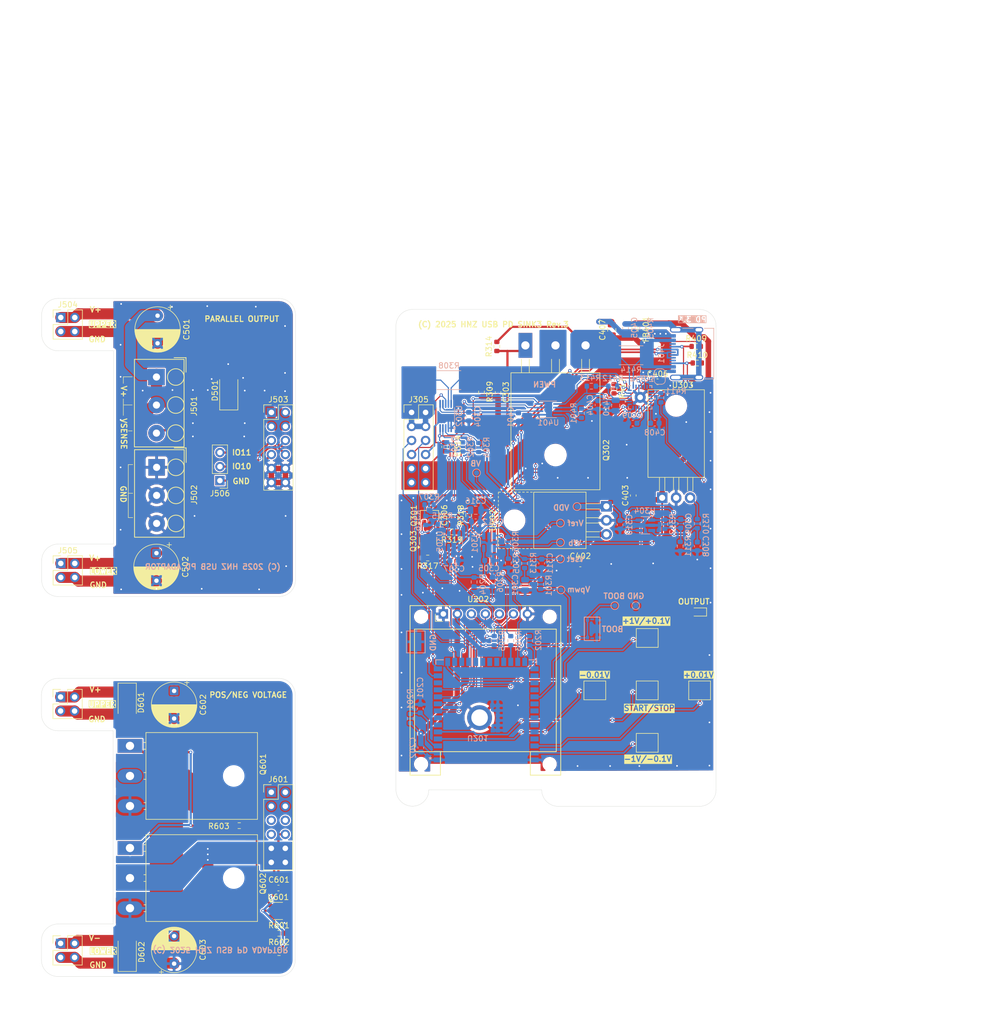
<source format=kicad_pcb>
(kicad_pcb (version 20241229) (generator "pcbnew") (generator_version "9.0")
  (layers (0 "F.Cu" signal) (2 "B.Cu" signal) (13 "F.Paste" user) (15 "B.Paste" user) (5 "F.SilkS" user "F.Silkscreen") (7 "B.SilkS" user "B.Silkscreen") (1 "F.Mask" user) (3 "B.Mask" user) (25 "Edge.Cuts" user))
  (net 0 "")
  (net 1 "/ESP32_CONT/~{RESET}")
  (net 2 "GND")
  (net 3 "+3.3V")
  (net 4 "Net-(U301-+)")
  (net 5 "VDD")
  (net 6 "Net-(C306-Pad1)")
  (net 7 "Net-(U301--)")
  (net 8 "Net-(U304-+)")
  (net 9 "/ESP32_CONT/IO18{slash}ADC2_CH7")
  (net 10 "Net-(U304--)")
  (net 11 "Net-(U305--)")
  (net 12 "+5V")
  (net 13 "LGND")
  (net 14 "/Adoptor-R1/VOUT")
  (net 15 "Net-(J401-SHIELD)")
  (net 16 "VBUS")
  (net 17 "/POWER_LOAD/VOUT")
  (net 18 "/POWER_LOAD/VSENSE+")
  (net 19 "/ESP32_CONT/IO10{slash}TOUCH10")
  (net 20 "/ESP32_CONT/IO11{slash}TOUCH11")
  (net 21 "/Adoptor-R2/VOUT")
  (net 22 "/Adoptor-R2/VGND")
  (net 23 "/Adoptor-R1/VSENSE+")
  (net 24 "Net-(U403-V18)")
  (net 25 "/POWER_LOAD/CSENSE+")
  (net 26 "Net-(U403-IFB)")
  (net 27 "/ESP32_CONT/IO0{slash}BOOT")
  (net 28 "/ESP32_CONT/SENSE_SCL")
  (net 29 "/ESP32_CONT/IO47")
  (net 30 "/ESP32_CONT/IO9{slash}TOUCH9")
  (net 31 "/ESP32_CONT/IO15{slash}XTAL32KP")
  (net 32 "/ESP32_CONT/IO38")
  (net 33 "/ESP32_CONT/IO21")
  (net 34 "/ESP32_CONT/IO48")
  (net 35 "Net-(U303-V_{OUT})")
  (net 36 "Net-(D402-A)")
  (net 37 "/ESP32_CONT/IO40")
  (net 38 "/USBPDPower/CC1")
  (net 39 "/USBPDPower/CC2")
  (net 41 "/ESP32_CONT/USBDP")
  (net 42 "/ESP32_CONT/USBDM")
  (net 46 "/ESP32_CONT/IO1{slash}TOUCH1")
  (net 47 "/ESP32_CONT/IO2{slash}TOUCH2")
  (net 48 "/ESP32_CONT/IO3{slash}TOUCH3")
  (net 49 "/ESP32_CONT/IO4{slash}TOUCH4")
  (net 50 "/ESP32_CONT/IO5{slash}TOUCH5")
  (net 51 "/ESP32_CONT/IO7{slash}TOUCH7")
  (net 52 "/ESP32_CONT/IO12{slash}TOUCH12")
  (net 53 "/ESP32_CONT/RXD0{slash}IO44")
  (net 55 "/ESP32_CONT/IO8{slash}TOUCH8")
  (net 58 "/ESP32_CONT/IO45")
  (net 59 "/ESP32_CONT/IO39")
  (net 60 "/ESP32_CONT/IO6{slash}TOUCH6")
  (net 61 "/ESP32_CONT/IO17{slash}ADC2_CH6")
  (net 62 "/ESP32_CONT/IO42")
  (net 63 "/ESP32_CONT/IO41")
  (net 64 "/ESP32_CONT/TXD0{slash}IO43")
  (net 65 "/ESP32_CONT/IO16{slash}XTAL32KN")
  (net 66 "/ESP32_CONT/IO46")
  (net 67 "/ESP32_CONT/IO14{slash}TOUCH14")
  (net 68 "/ESP32_CONT/IO13{slash}TOUCH13")
  (net 69 "Net-(C312-Pad1)")
  (net 70 "/Adoptor-R1/GPIO11")
  (net 71 "/Adoptor-R1/GPIO10")
  (net 74 "Net-(Q601-B)")
  (net 75 "Net-(U601-+)")
  (net 76 "Net-(R603-Pad1)")
  (net 78 "Net-(C301-Pad1)")
  (net 79 "/POWER_LOAD/PWR_EN")
  (net 80 "Net-(U401-VREF2)")
  (net 81 "Net-(U403-LED)")
  (net 82 "/USBPDPower/SDA")
  (net 83 "/USBPDPower/SCL")
  (net 84 "Net-(U403-VOUT)")
  (net 94 "/USBPDPower/VBUS_IN")
  (net 95 "Net-(U305-+)")
  (net 96 "Net-(Q301-C)")
  (net 97 "Net-(Q301-B)")
  (net 98 "Net-(Q301-E)")
  (net 99 "Net-(R315-Pad2)")
  (footprint "Connector_PinHeader_2.54mm:PinHeader_2x02_P2.54mm_Vertical" (layer "F.Cu") (at 106.925 115.495)
    (property "Reference" "J602" (hide yes))
    (property "Value" "UPPER OUT")
  )
  (footprint "Capacitor_THT:CP_Radial_D8.0mm_P5.00mm" (layer "F.Cu") (at 124.3 89.432323 -90)
    (property "Reference" "C502")
    (property "Value" "470uF")
  )
  (footprint "Library:TestPoint_Pad_3.2x1.6mm" (layer "F.Cu") (at 222.7 114.3)
    (property "Reference" "TP-PAD202" (hide yes))
    (property "Value" "TOUCH2")
  )
  (footprint "Capacitor_SMD:C_0603_1608Metric" (layer "F.Cu") (at 176.5 70.2 -90)
    (property "Reference" "C314")
    (property "Value" "0.1uF/50V")
  )
  (footprint "Package_TO_SOT_SMD:SOT-23-5" (layer "F.Cu") (at 146.3625 154.25)
    (property "Reference" "U601")
    (property "Value" "TSB611ILT")
  )
  (footprint "Capacitor_SMD:C_0805_2012Metric" (layer "F.Cu") (at 206.8 49 90)
    (property "Reference" "C407")
    (property "Value" "10uF/50V")
  )
  (footprint "Capacitor_SMD:C_0603_1608Metric" (layer "F.Cu") (at 215.1 58.4)
    (property "Reference" "C406")
    (property "Value" "0.1uF/50V")
  )
  (footprint "Capacitor_SMD:C_0603_1608Metric" (layer "F.Cu") (at 201.1 91.4)
    (property "Reference" "C402")
    (property "Value" "0.1uF")
  )
  (footprint "Package_TO_SOT_SMD:SOT-23" (layer "F.Cu") (at 173.525 87.2 90)
    (property "Reference" "Q303")
    (property "Value" "2N7002K")
  )
  (footprint "Library:TestPoint_Pad_3.2x1.6mm" (layer "F.Cu") (at 203.7 114.3)
    (property "Reference" "TP-PAD204" (hide yes))
    (property "Value" "TOUCH4")
  )
  (footprint "Resistor_SMD:R_0603_1608Metric" (layer "F.Cu") (at 173.45 90.325 180)
    (property "Reference" "R317")
    (property "Value" "10K 1%")
  )
  (footprint "Connector_PinHeader_2.54mm:PinHeader_2x02_P2.54mm_Vertical" (layer "F.Cu") (at 106.925 160.125)
    (property "Reference" "J603" (hide yes))
    (property "Value" "LOWER OUT")
  )
  (footprint "LED_SMD:LED_0603_1608Metric" (layer "F.Cu") (at 222.5 100.1 180)
    (property "Reference" "D402" (hide yes))
    (property "Value" "LED BLUE")
  )
  (footprint "Resistor_SMD:R_0603_1608Metric" (layer "F.Cu") (at 183.2 60.3 90)
    (property "Reference" "R309")
    (property "Value" "10K 1%")
  )
  (footprint "Connector_PinHeader_2.54mm:PinHeader_2x02_P2.54mm_Vertical" (layer "F.Cu") (at 106.96 46.76)
    (property "Reference" "J504")
    (property "Value" "UPPER OUT")
  )
  (footprint "Capacitor_SMD:C_0603_1608Metric" (layer "F.Cu") (at 186.2 60.3 -90)
    (property "Reference" "C303")
    (property "Value" "0.1uF/50V")
  )
  (footprint "Diode_SMD:D_SMA" (layer "F.Cu") (at 119 161.7 90)
    (property "Reference" "D602")
    (property "Value" "SK36A-LTP")
  )
  (footprint "Capacitor_SMD:C_0603_1608Metric" (layer "F.Cu") (at 177.9 82.575 90)
    (property "Reference" "C306")
    (property "Value" "0.1uF/50V")
  )
  (footprint "Diode_SMD:D_SMA" (layer "F.Cu") (at 137.4 60 90)
    (property "Reference" "D501")
    (property "Value" "SK36A-LTP")
  )
  (footprint "Connector_PinHeader_2.54mm:PinHeader_2x06_P2.54mm_Vertical" (layer "F.Cu") (at 145.10632 132.75)
    (property "Reference" "J601")
    (property "Value" "ADPIN")
  )
  (footprint "Library:TestPoint_Pad_3.2x1.6mm" (layer "F.Cu") (at 213.2 123.8)
    (property "Reference" "TP-PAD201" (hide yes))
    (property "Value" "TOUCH1")
  )
  (footprint "Package_TO_SOT_THT:TO-3P-3_Horizontal_TabDown" (layer "F.Cu") (at 119.5 124.35 -90)
    (property "Reference" "Q601")
    (property "Value" "2SC5200")
  )
  (footprint "Capacitor_SMD:C_0603_1608Metric" (layer "F.Cu") (at 210.7 79 90)
    (property "Reference" "C403")
    (property "Value" "0.47uF/50V")
  )
  (footprint "Library:TestPoint_Pad_3.2x1.6mm" (layer "F.Cu") (at 213.2 104.8)
    (property "Reference" "TP-PAD203" (hide yes))
    (property "Value" "TOUCH3")
  )
  (footprint "Resistor_SMD:R_0603_1608Metric" (layer "F.Cu") (at 146.5 161.8 180)
    (property "Reference" "R602")
    (property "Value" "10K 1%")
  )
  (footprint "Package_TO_SOT_SMD:SC-59" (layer "F.Cu") (at 173.763338 82.65 90)
    (property "Reference" "Q301")
    (property "Value" "2SC3325")
  )
  (footprint "Resistor_SMD:R_0603_1608Metric" (layer "F.Cu") (at 180.875 82.6 90)
    (property "Reference" "R318")
    (property "Value" "10K 1%")
  )
  (footprint "Resistor_SMD:R_0603_1608Metric" (layer "F.Cu") (at 185.975 52 90)
    (property "Reference" "R314")
    (property "Value" "1K")
  )
  (footprint "Package_TO_SOT_THT:TO-220-3_Horizontal_TabDown" (layer "F.Cu") (at 215.93 79.42)
    (property "Reference" "U303")
    (property "Value" "LM35-NEB")
  )
  (footprint "Library:TestPoint_Pad_3.2x1.6mm" (layer "F.Cu") (at 213.2 114.3)
    (property "Reference" "TP-PAD205" (hide yes))
    (property "Value" "TOUCH5")
  )
  (footprint "Library:TB112-2-2-3-E-1 Terminal Block" (layer "F.Cu") (at 124.33 73.9 -90)
    (property "Reference" "J502")
    (property "Value" "Screw_Terminal_3P")
  )
  (footprint "Inductor_SMD:L_0805_2012Metric" (layer "F.Cu") (at 211 48.9 90)
    (property "Reference" "FB401")
    (property "Value" "MH2029-601Y")
  )
  (footprint "Capacitor_THT:CP_Radial_D8.0mm_P5.00mm" (layer "F.Cu") (at 127.5 114.397349 -90)
    (property "Reference" "C602")
    (property "Value" "470uF")
  )
  (footprint "Library:OLED SSD1331 SPI DISPLAY" (layer "F.Cu") (at 183.9 114.3)
    (property "Reference" "U202")
    (property "Value" "SSD1331_DISPLAY")
  )
  (footprint "Connector_PinHeader_2.54mm:PinHeader_2x06_P2.54mm_Vertical" (layer "F.Cu") (at 145.125 63.95)
    (property "Reference" "J503")
    (property "Value" "ADPIN")
  )
  (footprint "Capacitor_SMD:C_0603_1608Metric" (layer "F.Cu") (at 146.4 150.1 180)
    (property "Reference" "C601")
    (property "Value" "0.1uF/50V")
  )
  (footprint "Capacitor_THT:CP_Radial_D8.0mm_P5.00mm" (layer "F.Cu") (at 124.5 46.432323 -90)
    (property "Reference" "C501")
    (property "Value" "470uF")
  )
  (footprint "Capacitor_THT:CP_Radial_D8.0mm_P5.00mm" (layer "F.Cu") (at 127.5 163.802651 90)
    (property "Reference" "C603")
    (property "Value" "470uF")
  )
  (footprint "Connector_PinHeader_2.54mm:PinHeader_2x02_P2.54mm_Vertical" (layer "F.Cu") (at 106.96 91.3)
    (property "Reference" "J505")
    (property "Value" "LOWER OUT")
  )
  (footprint "Resistor_SMD:R_0603_1608Metric" (layer "F.Cu") (at 222.3 55)
    (property "Reference" "R410")
    (property "Value" "5K1")
  )
  (footprint "Resistor_SMD:R_0603_1608Metric" (layer "F.Cu") (at 207.2 59.675 90)
    (property "Reference" "R417")
    (property "Value" "100")
  )
  (footprint "Resistor_SMD:R_0603_1608Metric" (layer "F.Cu") (at 139.3 138.8 180)
    (property "Reference" "R603")
    (property "Value" "220")
  )
  (footprint "Resistor_SMD:R_0603_1608Metric" (layer "F.Cu") (at 146.5 158.3)
    (property "Reference" "R601")
    (property "Value" "10K 1%")
  )
  (footprint "Package_TO_SOT_THT:TO-3P-3_Horizontal_TabDown" (layer "F.Cu") (at 119.5 142.85 -90)
    (property "Reference" "Q602")
    (property "Value" "2SA1943")
  )
  (footprint "Connector_PinHeader_2.54mm:PinHeader_1x03_P2.54mm_Vertical" (layer "F.Cu") (at 135.8 76.3 180)
    (property "Reference" "J506")
    (property "Value" "GPIO")
  )
  (footprint "Resistor_SMD:R_0603_1608Metric" (layer "F.Cu") (at 177.825 85.6 180)
    (property "Reference" "R319")
    (property "Value" "10K 1%")
  )
  (footprint "Library:TB112-2-2-3-E-1 Terminal Block" (layer "F.Cu") (at 124.3 57.54 -90)
    (property "Reference" "J501")
    (property "Value" "Screw_Terminal_3P")
  )
  (footprint "Diode_SMD:D_SMA" (layer "F.Cu") (at 119 116.5 -90)
    (property "Reference" "D601")
    (property "Value" "SK36A-LTP")
  )
  (footprint "Package_TO_SOT_THT:TO-220-3_Horizontal_TabUp" (layer "F.Cu") (at 205.83 80.96 -90)
    (property "Reference" "U402")
    (property "Value" "UA78M33")
  )
  (footprint "Package_TO_SOT_THT:TO-247-3_Horizontal_TabUp" (layer "F.Cu") (at 191.15 51.81)
    (property "Reference" "Q302")
    (property "Value" "IRFP9140NPBF")
  )
  (footprint "Connector_PinHeader_2.54mm:PinHeader_2x06_P2.54mm_Vertical" (layer "F.Cu") (at 170.525 63.95)
    (property "Reference" "J305")
    (property "Value" "PINOUT")
  )
  (footprint "Resistor_SMD:R_0603_1608Metric" (layer "F.Cu") (at 222.1 52)
    (property "Reference" "R409")
    (property "Value" "5K1")
  )
  (footprint "Capacitor_SMD:C_0603_1608Metric" (layer "B.Cu") (at 178.25 90.7625)
    (property "Reference" "C307")
    (property "Value" "0.1uF/50V")
  )
  (footprint "TestPoint:TestPoint_Pad_D1.0mm" (layer "B.Cu") (at 197.5 90.5 180)
    (property "Reference" "TP302" (hide yes))
    (property "Value" "SET-Vr")
  )
  (footprint "Capacitor_SMD:C_0603_1608Metric" (layer "B.Cu") (at 222.3 88.2 -90)
    (property "Reference" "C308")
    (property "Value" "0.1uF")
  )
  (footprint "Package_TO_SOT_SMD:SOT-23-5" (layer "B.Cu") (at 178.19 87.2725 -90)
    (property "Reference" "U305")
    (property "Value" "OPA187IDBVR")
  )
  (footprint "Resistor_SMD:R_0603_1608Metric" (layer "B.Cu") (at 219.2 88.2 90)
    (property "Reference" "R311")
    (property "Value" "1K 1%")
  )
  (footprint "Capacitor_SMD:C_0603_1608Metric" (layer "B.Cu") (at 184.55 90.7625)
    (property "Reference" "C305")
    (property "Value" "0.1uF/50V")
  )
  (footprint "Capacitor_SMD:C_0603_1608Metric" (layer "B.Cu") (at 204.3 62.6 -90)
    (property "Reference" "C404")
    (property "Value" "0.1uF")
  )
  (footprint "Resistor_SMD:R_0603_1608Metric" (layer "B.Cu") (at 216.4 84.2 90)
    (property "Reference" "R312")
    (property "Value" "1K 1%")
  )
  (footprint "Library:ESP32-S3-WROOM-1_EXP" (layer "B.Cu") (at 184.05 121.64)
    (property "Reference" "U201")
    (property "Value" "ESP32-S3-WROOM-1-N16R8")
  )
  (footprint "Resistor_SMD:R_0603_1608Metric" (layer "B.Cu") (at 212.4 48.7 90)
    (property "Reference" "R405")
    (property "Value" "10K")
  )
  (footprint "Capacitor_SMD:C_0603_1608Metric" (layer "B.Cu") (at 209.3 48.7 -90)
    (property "Reference" "C405")
    (property "Value" "0.1uF")
  )
  (footprint "Package_SO:SSOP-8_2.95x2.8mm_P0.65mm" (layer "B.Cu") (at 195.3 63.4)
    (property "Reference" "U401")
    (property "Value" "PCA9306D")
  )
  (footprint "Resistor_SMD:R_0603_1608Metric" (layer "B.Cu") (at 222.3 84.1 -90)
    (property "Reference" "R310")
    (property "Value" "10K 1%")
  )
  (footprint "Resistor_SMD:R_0603_1608Metric" (layer "B.Cu") (at 203.1 59.2)
    (property "Reference" "R413")
    (property "Value" "4.7K")
  )
  (footprint "Resistor_SMD:R_0603_1608Metric" (layer "B.Cu") (at 176.1 84.2)
    (property "Reference" "R315")
    (property "Value" "100K 1%")
  )
  (footprint "Capacitor_SMD:C_0603_1608Metric" (layer "B.Cu") (at 219.3 84.1 90)
    (property "Reference" "C309")
    (property "Value" "1000pF")
  )
  (footprint "Library:WS-TASV SMT Tact Switch" (layer "B.Cu") (at 203.25 103.15 90)
    (property "Reference" "SW201" (hide yes))
    (property "Value" "3.5x2.6 Tact SW")
  )
  (footprint "Capacitor_SMD:C_0805_2012Metric" (layer "B.Cu") (at 182.15 81.6625 180)
    (property "Reference" "C316")
    (property "Value" "10uF/50V")
  )
  (footprint "TestPoint:TestPoint_Pad_D1.0mm" (layer "B.Cu") (at 197.5 87.5 180)
    (property "Reference" "TP303" (hide yes))
    (property "Value" "Vfb")
  )
  (footprint "Resistor_SMD:R_2512_6332Metric_Pad1.40x3.35mm_HandSolder" (layer "B.Cu") (at 177.3 58.1 180)
    (property "Reference" "R308")
    (property "Value" "5m")
  )
  (footprint "TestPoint:TestPoint_Pad_D1.0mm" (layer "B.Cu") (at 197.6 96.1 180)
    (property "Reference" "TP301" (hide yes))
    (property "Value" "PWM")
  )
  (footprint "Resistor_SMD:R_0603_1608Metric" (layer "B.Cu") (at 185.15 94.6625 90)
    (property "Reference" "R206")
    (property "Value" "4.7K 1%")
  )
  (footprint "Library:TestPoint_Pad_3.2x1.6mm" (layer "B.Cu") (at 171.3 105.5 -90)
    (property "Reference" "TP-PAD301" (hide yes))
    (property "Value" "TPGND")
  )
  (footprint "Package_TO_SOT_SMD:SOT-23-5" (layer "B.Cu") (at 212.9 84.4 180)
    (property "Reference" "U304")
    (property "Value" "TSB611ILT")
  )
  (footprint "Resistor_SMD:R_0603_1608Metric" (layer "B.Cu") (at 193.9 95.1 -90)
    (property "Reference" "R301")
    (property "Value" "10K 1%")
  )
  (footprint "Package_SO:VSSOP-10_3x3mm_P0.5mm" (layer "B.Cu") (at 176.7 64.6 90)
    (property "Reference" "U302")
    (property "Value" "INA228")
  )
  (footprint "Resistor_SMD:R_0603_1608Metric" (layer "B.Cu") (at 182.7 70.3 90)
    (property "Reference" "R304")
    (property "Value" "10K")
  )
  (footprint "Resistor_SMD:R_0603_1608Metric" (layer "B.Cu") (at 170.3 119.4 90)
    (property "Reference" "R201")
    (property "Value" "10K")
  )
  (footprint "Capacitor_SMD:C_0603_1608Metric" (layer "B.Cu") (at 172.1 117.6 90)
    (property "Reference" "C201")
    (property "Value" "0.1uF")
  )
  (footprint "Capacitor_SMD:C_0805_2012Metric" (layer "B.Cu") (at 207.5 62.7 -90)
    (property "Reference" "C410")
    (property "Value" "1uF")
  )
  (footprint "Capacitor_SMD:C_0603_1608Metric" (layer "B.Cu") (at 210.6 65.9 180)
    (property "Reference" "C409")
    (property "Value" "0.1uF")
  )
  (footprint "Resistor_SMD:R_0603_1608Metric" (layer "B.Cu") (at 185.5 105.3 90)
    (property "Reference" "R205")
    (property "Value" "10K")
  )
  (footprint "Resistor_SMD:R_0603_1608Metric" (layer "B.Cu") (at 188.05 91.2625 90)
    (property "Reference" "R305")
    (property "Value" "1K 1%")
  )
  (footprint "Package_TO_SOT_SMD:SOT-23-5" (layer "B.Cu") (at 184.55 87.4625 -90)
    (property "Reference" "U301")
    (property "Value" "OPA187IDBVR")
  )
  (footprint "Resistor_SMD:R_0603_1608Metric" (layer "B.Cu") (at 187.95 87.3625 90)
    (property "Reference" "R306")
    (property "Value" "10K 1%")
  )
  (footprint "Capacitor_SMD:C_0603_1608Metric" (layer "B.Cu") (at 208.3 84.3 -90)
    (property "Reference" "C310")
    (property "Value" "0.1uF/50V")
  )
  (footprint "Resistor_SMD:R_0603_1608Metric" (layer "B.Cu") (at 179.8 70.2 90)
    (property "Reference" "R302")
    (property "Value" "10K")
  )
  (footprint "TestPoint:TestPoint_Pad_D1.0mm" (layer "B.Cu") (at 207.35 98.95 180)
    (property "Reference" "TP202" (hide yes))
    (property "Value" "BOOT")
  )
  (footprint "Resistor_SMD:R_0603_1608Metric" (layer "B.Cu") (at 191.9 105.3 -90)
    (property "Reference" "R202")
    (property "Value" "10K")
  )
  (footprint "Resistor_SMD:R_0603_1608Metric" (layer "B.Cu") (at 201.3 64.1 -90)
    (property "Reference" "R401")
    (property "Value" "200K")
  )
  (footprint "Resistor_SMD:R_0603_1608Metric" (layer "B.Cu") (at 173.7 80.675 180)
    (property "Reference" "R307")
    (property "Value" "1K 1%")
  )
  (footprint "Capacitor_SMD:C_0603_1608Metric" (layer "B.Cu") (at 180.9 64.7 -90)
    (property "Reference" "C304")
    (property "Value" "0.1uF")
  )
  (footprint "Capacitor_SMD:C_0603_1608Metric" (layer "B.Cu") (at 194.1 91.3 90)
    (property "Reference" "C311")
    (property "Value" "47pF")
  )
  (footprint "Resistor_SMD:R_0603_1608Metric" (layer "B.Cu") (at 207 59.2 180)
    (property "Reference" "R412")
    (property "Value" "4.7K")
  )
  (footprint "TestPoint:TestPoint_Pad_D1.0mm" (layer "B.Cu") (at 211.15 98.95 180)
    (property "Reference" "TP309" (hide yes))
    (property "Value" "GND")
  )
  (footprint "Resistor_SMD:R_0603_1608Metric" (layer "B.Cu") (at 173.1 83.525 90)
    (property "Reference" "R316")
    (property "Value" "10K 1%")
  )
  (footprint "Resistor_SMD:R_0603_1608Metric" (layer "B.Cu") (at 191 91.3 -90)
    (property "Reference" "R313")
    (property "Value" "3.09K 1%")
  )
  (footprint "TestPoint:TestPoint_Pad_D1.0mm" (layer "B.Cu") (at 182.3 74.9 180)
    (property "Reference" "TP306" (hide yes))
    (property "Value" "Vb")
  )
  (footprint "Resistor_SMD:R_0603_1608Metric" (layer "B.Cu") (at 215.7 61.3 90)
    (property "Reference" "R411")
    (property "Value" "1K")
  )
  (footprint "Capacitor_SMD:C_0603_1608Metric" (layer "B.Cu") (at 189.9 64.8 -90)
    (property "Reference" "C401")
    (property "Value" "0.1uF")
  )
  (footprint "Library:W-QFN4040-24_Type_A1_DIO" (layer "B.Cu") (at 211.95 61.2177 -90)
    (property "Reference" "U403")
    (property "Value" "AP33772SDKZ-13-FA01")
  )
  (footprint "Capacitor_SMD:C_0603_1608Metric" (layer "B.Cu") (at 214.6 65.9)
    (property "Reference" "C408")
    (property "Value" "0.1uF/50V")
  )
  (footprint "Capacitor_SMD:C_0805_2012Metric" (layer "B.Cu") (at 191.1 95.2 -90)
    (property "Reference" "C301")
    (property "Value" "10uF")
  )
  (footprint "TestPoint:TestPoint_Pad_D1.0mm" (layer "B.Cu") (at 197.5 84 180)
    (property "Reference" "TP310" (hide yes))
    (property "Value" "Vref")
  )
  (footprint "Resistor_SMD:R_2512_6332Metric_Pad1.40x3.35mm_HandSolder" (layer "B.Cu") (at 210.3 53.6)
    (property "Reference" "R414")
    (property "Value" "5m")
  )
  (footprint "TestPoint:TestPoint_Pad_D1.0mm" (layer "B.Cu") (at 200.5 81 180)
    (property "Reference" "TP304" (hide yes))
    (property "Value" "OP-VCC")
  )
  (footprint "Jumper:SolderJumper-2_P1.3mm_Bridged_RoundedPad1.0x1.5mm" (layer "B.Cu") (at 215.5 57.450001 90)
    (property "Reference" "JP301" (hide yes))
    (property "Value" "Jumper")
  )
  (footprint "Capacitor_SMD:C_0603_1608Metric" (layer "B.Cu") (at 172.2 124.7 -90)
    (property "Reference" "C202")
    (property "Value" "0.1uF")
  )
  (footprint "Capacitor_SMD:C_0603_1608Metric" (layer "B.Cu") (at 182.125 83.7625)
    (property "Reference" "C312")
    (property "Value" "0.01uF/50V")
  )
  (footprint "Library:USB_C_5077CR-16-SMC2-BK-TR" (layer "B.Cu") (at 221.5 53.3 -90)
    (property "Reference" "J401")
    (property "Value" "USB4105-GF-A")
  )
  (footprint "Resistor_SMD:R_0603_1608Metric" (layer "B.Cu") (at 176.9 70.2 90)
    (property "Reference" "R303")
    (property "Value" "10K")
  )
  (footprint "Resistor_SMD:R_0603_1608Metric" (layer "B.Cu") (at 188.5 105.3 90)
    (property "Reference" "R203")
    (property "Value" "150")
  )
  (footprint "Resistor_SMD:R_0603_1608Metric" (layer "B.Cu") (at 181.85 94.6625 -90)
    (property "Reference" "R204")
    (property "Value" "47K 1%")
  )
  (gr_line (start 119.9 67.3) (end 119.2 67.3) (stroke (width 0.1)) (layer "F.SilkS"))
  (gr_line (start 119.2 83) (end 120 83) (stroke (width 0.1)) (layer "F.SilkS"))
  (gr_line (start 118.3 57.5) (end 118.3 58.7) (stroke (width 0.1)) (layer "F.SilkS"))
  (gr_line (start 118.3 62.6) (end 118.3 64.5) (stroke (width 0.1)) (layer "F.SilkS"))
  (gr_line (start 120 78.6) (end 119.2 78.6) (stroke (width 0.1)) (layer "F.SilkS"))
  (gr_line (start 119.2 73.4) (end 119.2 83) (stroke (width 0.1)) (layer "F.SilkS"))
  (gr_line (start 119.9 57.5) (end 118.3 57.5) (stroke (width 0.1)) (layer "F.SilkS"))
  (gr_line (start 120 73.4) (end 119.2 73.4) (stroke (width 0.1)) (layer "F.SilkS"))
  (gr_line (start 118.3 61.5) (end 118.3 62.6) (stroke (width 0.1)) (layer "F.SilkS"))
  (gr_line (start 118.4 62.6) (end 119.9 62.6) (stroke (width 0.1)) (layer "F.SilkS"))
  (gr_line (start 106.46 156.62) (end 116.46 156.62) (stroke (width 0.05)) (layer "Edge.Cuts"))
  (gr_arc (start 103.5 46.3) (mid 104.37868 44.17868) (end 106.5 43.3) (stroke (width 0.05)) (layer "Edge.Cuts"))
  (gr_line (start 106.46 112.12) (end 146.46 112.12) (stroke (width 0.05)) (layer "Edge.Cuts"))
  (gr_arc (start 173.655523 132.3) (mid 172.791277 134.398061) (end 170.700035 135.27868) (stroke (width 0.05)) (layer "Edge.Cuts"))
  (gr_arc (start 103.46 115.12) (mid 104.33868 112.99868) (end 106.46 112.12) (stroke (width 0.05)) (layer "Edge.Cuts"))
  (gr_line (start 170.7 45.3) (end 175.6 45.3) (stroke (width 0.05)) (layer "Edge.Cuts"))
  (gr_arc (start 149.46 163.12) (mid 148.58132 165.24132) (end 146.46 166.12) (stroke (width 0.05)) (layer "Edge.Cuts"))
  (gr_line (start 146.5 97.3) (end 106.5 97.3) (stroke (width 0.05)) (layer "Edge.Cuts"))
  (gr_line (start 103.46 163.12) (end 103.46 159.62) (stroke (width 0.05)) (layer "Edge.Cuts"))
  (gr_line (start 116.5 52.8) (end 106.5 52.8) (stroke (width 0.05)) (layer "Edge.Cuts"))
  (gr_line (start 103.5 94.3) (end 103.5 90.8) (stroke (width 0.05)) (layer "Edge.Cuts"))
  (gr_arc (start 106.46 121.62) (mid 104.33868 120.74132) (end 103.46 118.62) (stroke (width 0.05)) (layer "Edge.Cuts"))
  (gr_line (start 222.7 135.3) (end 197.1 135.3) (stroke (width 0.05)) (layer "Edge.Cuts"))
  (gr_arc (start 103.5 90.8) (mid 104.37868 88.67868) (end 106.5 87.8) (stroke (width 0.05)) (layer "Edge.Cuts"))
  (gr_arc (start 106.5 97.3) (mid 104.37868 96.42132) (end 103.5 94.3) (stroke (width 0.05)) (layer "Edge.Cuts"))
  (gr_arc (start 146.5 43.3) (mid 148.62132 44.17868) (end 149.5 46.3) (stroke (width 0.05)) (layer "Edge.Cuts"))
  (gr_arc (start 106.5 52.8) (mid 104.37868 51.92132) (end 103.5 49.8) (stroke (width 0.05)) (layer "Edge.Cuts"))
  (gr_line (start 116.46 121.62) (end 106.46 121.62) (stroke (width 0.05)) (layer "Edge.Cuts"))
  (gr_arc (start 222.7 45.3) (mid 224.82132 46.17868) (end 225.7 48.3) (stroke (width 0.05)) (layer "Edge.Cuts"))
  (gr_arc (start 197.1 135.3) (mid 194.97868 134.42132) (end 194.1 132.3) (stroke (width 0.05)) (layer "Edge.Cuts"))
  (gr_line (start 225.7 48.3) (end 225.7 132.3) (stroke (width 0.05)) (layer "Edge.Cuts"))
  (gr_line (start 116.5 87.8) (end 116.5 52.8) (stroke (width 0.05)) (layer "Edge.Cuts"))
  (gr_arc (start 225.7 132.3) (mid 224.82132 134.42132) (end 222.7 135.3) (stroke (width 0.05)) (layer "Edge.Cuts"))
  (gr_arc (start 167.7 48.3) (mid 168.57868 46.17868) (end 170.7 45.3) (stroke (width 0.05)) (layer "Edge.Cuts"))
  (gr_line (start 175.6 45.3) (end 222.7 45.3) (stroke (width 0.05)) (layer "Edge.Cuts"))
  (gr_arc (start 170.7 135.27868) (mid 168.57868 134.4) (end 167.7 132.27868) (stroke (width 0.05)) (layer "Edge.Cuts"))
  (gr_line (start 149.5 46.3) (end 149.5 94.3) (stroke (width 0.05)) (layer "Edge.Cuts"))
  (gr_line (start 103.5 49.8) (end 103.5 46.3) (stroke (width 0.05)) (layer "Edge.Cuts"))
  (gr_line (start 146.46 166.12) (end 106.46 166.12) (stroke (width 0.05)) (layer "Edge.Cuts"))
  (gr_line (start 106.5 43.3) (end 146.5 43.3) (stroke (width 0.05)) (layer "Edge.Cuts"))
  (gr_line (start 149.46 115.12) (end 149.46 163.12) (stroke (width 0.05)) (layer "Edge.Cuts"))
  (gr_line (start 116.46 156.62) (end 116.46 121.62) (stroke (width 0.05)) (layer "Edge.Cuts"))
  (gr_arc (start 149.5 94.3) (mid 148.62132 96.42132) (end 146.5 97.3) (stroke (width 0.05)) (layer "Edge.Cuts"))
  (gr_line (start 106.5 87.8) (end 116.5 87.8) (stroke (width 0.05)) (layer "Edge.Cuts"))
  (gr_arc (start 106.46 166.12) (mid 104.33868 165.24132) (end 103.46 163.12) (stroke (width 0.05)) (layer "Edge.Cuts"))
  (gr_line (start 194.1 132.3) (end 173.655523 132.3) (stroke (width 0.05)) (layer "Edge.Cuts"))
  (gr_line (start 167.700021 132.27868) (end 167.7 48.3) (stroke (width 0.05)) (layer "Edge.Cuts"))
  (gr_arc (start 146.46 112.12) (mid 148.58132 112.99868) (end 149.46 115.12) (stroke (width 0.05)) (layer "Edge.Cuts"))
  (gr_arc (start 103.46 159.62) (mid 104.33868 157.49868) (end 106.46 156.62) (stroke (width 0.05)) (layer "Edge.Cuts"))
  (gr_line (start 103.46 118.62) (end 103.46 115.12) (stroke (width 0.05)) (layer "Edge.Cuts"))
  (gr_text "PARALLEL OUTPUT" (at 132.9 47.6 0) (layer "F.SilkS") (effects (font (size 1 1) (thickness 0.2) (bold yes)) (justify left bottom)))
  (gr_text "LOWER" (at 112.1 93.3 0) (layer "F.SilkS" knockout) (effects (font (size 1 1) (thickness 0.2) (bold yes)) (justify left bottom)))
  (gr_text "V+" (at 112.1 45.9 0) (layer "F.SilkS") (effects (font (size 1 1) (thickness 0.2) (bold yes)) (justify left bottom)))
  (gr_text "IO11" (at 137.9 71.8 0) (layer "F.SilkS") (effects (font (size 1 1) (thickness 0.2) (bold yes)) (justify left bottom)))
  (gr_text "OUTPUT" (at 218.7 98.8 0) (layer "F.SilkS") (effects (font (size 1 1) (thickness 0.2) (bold yes)) (justify left bottom)))
  (gr_text "POS/NEG VOLTAGE" (at 133.8 115.7 0) (layer "F.SilkS") (effects (font (size 1 1) (thickness 0.2) (bold yes)) (justify left bottom)))
  (gr_text "IO10" (at 137.9 74.3 0) (layer "F.SilkS") (effects (font (size 1 1) (thickness 0.2) (bold yes)) (justify left bottom)))
  (gr_text "UPPER" (at 111.9 48.6 0) (layer "F.SilkS" knockout) (effects (font (size 1 1) (thickness 0.2) (bold yes)) (justify left bottom)))
  (gr_text "GND" (at 112.06 164.62 0) (layer "F.SilkS") (effects (font (size 1 1) (thickness 0.2) (bold yes)) (justify left bottom)))
  (gr_text "V-" (at 111.96 159.72 0) (layer "F.SilkS") (effects (font (size 1 1) (thickness 0.2) (bold yes)) (justify left bottom)))
  (gr_text "V+" (at 112.06 114.72 0) (layer "F.SilkS") (effects (font (size 1 1) (thickness 0.2) (bold yes)) (justify left bottom)))
  (gr_text "LOWER" (at 112.06 162.12 0) (layer "F.SilkS" knockout) (effects (font (size 1 1) (thickness 0.2) (bold yes)) (justify left bottom)))
  (gr_text "+0.01V" (at 219.7 112.1 0) (layer "F.SilkS" knockout) (effects (font (size 1 1) (thickness 0.2) (bold yes)) (justify left bottom)))
  (gr_text "V+" (at 117.8 59 -90) (layer "F.SilkS") (effects (font (size 1 1) (thickness 0.2) (bold yes)) (justify left bottom)))
  (gr_text "GND" (at 112.1 95.8 0) (layer "F.SilkS") (effects (font (size 1 1) (thickness 0.2) (bold yes)) (justify left bottom)))
  (gr_text "UPPER" (at 111.86 117.42 0) (layer "F.SilkS" knockout) (effects (font (size 1 1) (thickness 0.2) (bold yes)) (justify left bottom)))
  (gr_text "-0.01V" (at 200.8 112.1 0) (layer "F.SilkS" knockout) (effects (font (size 1 1) (thickness 0.2) (bold yes)) (justify left bottom)))
  (gr_text "VSENSE" (at 117.8 64.9 270) (layer "F.SilkS") (effects (font (size 1 1) (thickness 0.2) (bold yes)) (justify left bottom)))
  (gr_text "-1V/-0.1V" (at 208.9 127.3 0) (layer "F.SilkS" knockout) (effects (font (size 1 1) (thickness 0.2) (bold yes)) (justify left bottom)))
  (gr_text "START/STOP" (at 208.9 118.1 0) (layer "F.SilkS" knockout) (effects (font (size 1 1) (thickness 0.2) (bold yes)) (justify left bottom)))
  (gr_text "GND" (at 117.7 77.1 270) (layer "F.SilkS") (effects (font (size 1 1) (thickness 0.2) (bold yes)) (justify left bottom)))
  (gr_text "+1V/+0.1V" (at 208.6 102.3 0) (layer "F.SilkS" knockout) (effects (font (size 1 1) (thickness 0.2) (bold yes)) (justify left bottom)))
  (gr_text "GND" (at 111.86 120.12 0) (layer "F.SilkS") (effects (font (size 1 1) (thickness 0.2) (bold yes)) (justify left bottom)))
  (gr_text "GND" (at 111.9 51.3 0) (layer "F.SilkS") (effects (font (size 1 1) (thickness 0.2) (bold yes)) (justify left bottom)))
  (gr_text "GND" (at 138 77 0) (layer "F.SilkS") (effects (font (size 1 1) (thickness 0.2) (bold yes)) (justify left bottom)))
  (gr_text "V+" (at 112 90.9 0) (layer "F.SilkS") (effects (font (size 1 1) (thickness 0.2) (bold yes)) (justify left bottom)))
  (gr_text "(C) 2025 HNZ USB PD SINK3 Rev.3" (at 171.6 48.6 0) (layer "F.SilkS") (effects (font (size 1 1) (thickness 0.2) (bold yes)) (justify left bottom)))
  (gr_text "VDD" (at 199.2 81.8 0) (layer "B.SilkS") (effects (font (size 1 1) (thickness 0.2) (bold yes)) (justify left bottom mirror)))
  (gr_text "Vref" (at 201.8 84.6 0) (layer "B.SilkS") (effects (font (size 1 1) (thickness 0.2) (bold yes)) (justify left bottom mirror)))
  (gr_text "BOOT" (at 209 103.8 0) (layer "B.SilkS") (effects (font (size 1 1) (thickness 0.2) (bold yes)) (justify left bottom mirror)))
  (gr_text "Vpwm" (at 203 96.6 0) (layer "B.SilkS") (effects (font (size 1 1) (thickness 0.2) (bold yes)) (justify left bottom mirror)))
  (gr_text "(C) 2025 HNZ USB PD ADAPTOR" (at 146.9 92.5 0) (layer "B.SilkS") (effects (font (size 1 1) (thickness 0.2) (bold yes)) (justify left bottom mirror)))
  (gr_text "Vfb" (at 201.4 88.2 0) (layer "B.SilkS") (effects (font (size 1 1) (thickness 0.2) (bold yes)) (justify left bottom mirror)))
  (gr_text "GND" (at 212.8 97.8 0) (layer "B.SilkS") (effects (font (size 1 1) (thickness 0.2) (bold yes)) (justify left bottom mirror)))
  (gr_text "PD 3.1" (at 224.1 47.7 0) (layer "B.SilkS" knockout) (effects (font (size 1 1) (thickness 0.2) (bold yes)) (justify left bottom mirror)))
  (gr_text "Vset" (at 201.9 91.1 0) (layer "B.SilkS") (effects (font (size 1 1) (thickness 0.2) (bold yes)) (justify left bottom mirror)))
  (gr_text "VB" (at 183.2 73.8 0) (layer "B.SilkS") (effects (font (size 1 1) (thickness 0.2) (bold yes)) (justify left bottom mirror)))
  (gr_text "GND" (at 175 104 90) (layer "B.SilkS") (effects (font (size 1 1) (thickness 0.2) (bold yes)) (justify left bottom mirror)))
  (gr_text "PWEN" (at 196.8 59.5 0) (layer "B.SilkS") (effects (font (size 1 1) (thickness 0.2) (bold yes)) (justify left bottom mirror)))
  (gr_text "BOOT" (at 209.3 97.8 0) (layer "B.SilkS") (effects (font (size 1 1) (thickness 0.2) (bold yes)) (justify left bottom mirror)))
  (gr_text "(C) 2025 HNZ USB PD ADAPTOR" (at 123.5 160.7 180) (layer "B.SilkS") (effects (font (size 1 1) (thickness 0.2) (bold yes)) (justify left bottom mirror)))
  (segment (start 174.6762 124.36) (end 175.3 124.36) (width 0.3) (layer "B.Cu") (net 1))
  (segment (start 173.5 123.1838) (end 174.6762 124.36) (width 0.3) (layer "B.Cu") (net 1))
  (segment (start 172.05 118.425) (end 172.1 118.375) (width 0.3) (layer "B.Cu") (net 1))
  (segment (start 172.1 118.375) (end 173.5 119.775) (width 0.3) (layer "B.Cu") (net 1))
  (segment (start 170.4 118.425) (end 172.05 118.425) (width 0.3) (layer "B.Cu") (net 1))
  (segment (start 173.5 119.775) (end 173.5 123.1838) (width 0.3) (layer "B.Cu") (net 1))
  (segment (start 179 65.45) (end 179.025 65.475) (width 0.2) (layer "F.Cu") (net 2))
  (segment (start 174.475 90.125) (end 174.275 90.325) (width 0.2) (layer "F.Cu") (net 2))
  (segment (start 208.5 62.1) (end 211.0677 62.1) (width 0.3) (layer "F.Cu") (net 2))
  (segment (start 174.475 88.1375) (end 174.475 90.125) (width 0.2) (layer "F.Cu") (net 2))
  (segment (start 205.7 63.4625) (end 207.1375 63.4625) (width 0.3) (layer "F.Cu") (net 2))
  (segment (start 179 63.2) (end 179 65.45) (width 0.2) (layer "F.Cu") (net 2))
  (segment (start 211.0677 62.1) (end 211.95 61.2177) (width 0.3) (layer "F.Cu") (net 2))
  (segment (start 135.8 76.3) (end 140.395 76.3) (width 0.4) (layer "F.Cu") (net 2))
  (segment (start 212.8677 60.3) (end 211.95 61.2177) (width 0.3) (layer "F.Cu") (net 2))
  (segment (start 213.975 60.3) (end 212.8677 60.3) (width 0.3) (layer "F.Cu") (net 2))
  (segment (start 140.395 76.3) (end 145.125 71.57) (width 0.4) (layer "F.Cu") (net 2))
  (segment (start 207.1375 63.4625) (end 208.5 62.1) (width 0.3) (layer "F.Cu") (net 2))
  (segment (start 215.875 58.4) (end 213.975 60.3) (width 0.3) (layer "F.Cu") (net 2))
  (via (at 218.625 127.975) (size 0.6) (drill 0.3) (layers "F.Cu" "B.Cu") (net 2))
  (via (at 224.7 85) (size 0.6) (drill 0.3) (layers "F.Cu" "B.Cu") (net 2))
  (via (at 168.7 126.1) (size 0.6) (drill 0.3) (layers "F.Cu" "B.Cu") (net 2))
  (via (at 189.8 117) (size 0.6) (drill 0.3) (layers "F.Cu" "B.Cu") (net 2))
  (via (at 209.6 75.8) (size 0.6) (drill 0.3) (layers "F.Cu" "B.Cu") (net 2))
  (via (at 205.7 63.4625) (size 0.6) (drill 0.3) (layers "F.Cu" "B.Cu") (net 2))
  (via (at 214.3 91.3) (size 0.6) (drill 0.3) (layers "F.Cu" "B.Cu") (net 2))
  (via (at 206.7 91.4) (size 0.6) (drill 0.3) (layers "F.Cu" "B.Cu") (net 2))
  (via (at 202.5 75.8) (size 0.6) (drill 0.3) (layers "F.Cu" "B.Cu") (net 2))
  (via (at 194.2 73.2) (size 0.6) (drill 0.3) (layers "F.Cu" "B.Cu") (net 2))
  (via (at 168.7 86) (size 0.6) (drill 0.3) (layers "F.Cu" "B.Cu") (net 2))
  (via (at 217.4 59.1) (size 0.6) (drill 0.3) (layers "F.Cu" "B.Cu") (net 2))
  (via (at 173.75 79.45) (size 0.6) (drill 0.3) (layers "F.Cu" "B.Cu") (net 2))
  (via (at 224.5 127.925) (size 0.6) (drill 0.3) (layers "F.Cu" "B.Cu") (net 2))
  (via (at 176.6 87.3) (size 0.6) (drill 0.3) (layers "F.Cu" "B.Cu") (net 2))
  (via (at 189.6 91.2) (size 0.6) (drill 0.3) (layers "F.Cu" "B.Cu") (net 2))
  (via (at 181.575 91.925) (size 0.6) (drill 0.3) (layers "F.Cu" "B.Cu") (net 2))
  (via (at 168.7 97) (size 0.6) (drill 0.3) (layers "F.Cu" "B.Cu") (net 2))
  (via (at 211.8 128) (size 0.6) (drill 0.3) (layers "F.Cu" "B.Cu") (net 2))
  (via (at 224.7 98.4) (size 0.6) (drill 0.3) (layers "F.Cu" "B.Cu") (net 2))
  (via (at 209.5 69.8) (size 0.6) (drill 0.3) (layers "F.Cu" "B.Cu") (net 2))
  (via (at 224.7 67.5) (size 0.6) (drill 0.3) (layers "F.Cu" "B.Cu") (net 2))
  (via (at 206.5 128) (size 0.6) (drill 0.3) (layers "F.Cu" "B.Cu") (net 2))
  (via (at 197 75.8) (size 0.6) (drill 0.3) (layers "F.Cu" "B.Cu") (net 2))
  (via (at 179.225 96.275) (size 0.6) (drill 0.3) (layers "F.Cu" "B.Cu") (net 2))
  (via (at 224.7 72.7) (size 0.6) (drill 0.3) (layers "F.Cu" "B.Cu") (net 2))
  (via (at 221.3 59.1) (size 0.6) (drill 0.3) (layers "F.Cu" "B.Cu") (net 2))
  (via (at 224.5 63.9) (size 0.6) (drill 0.3) (layers "F.Cu" "B.Cu") (net 2))
  (via (at 200.6 128) (size 0.6) (drill 0.3) (layers "F.Cu" "B.Cu") (net 2))
  (via (at 186.75 90.7625) (size 0.6) (drill 0.3) (layers "F.Cu" "B.Cu") (net 2))
  (via (at 176.1 95.8) (size 0.6) (drill 0.3) (layers "F.Cu" "B.Cu") (net 2))
  (via (at 181.5 90.1) (size 0.6) (drill 0.3) (layers "F.Cu" "B.Cu") (net 2))
  (via (at 224.7 77.875) (size 0.6) (drill 0.3) (layers "F.Cu" "B.Cu") (net 2))
  (via (at 172.575 96.6) (size 0.6) (drill 0.3) (layers "F.Cu" "B.Cu") (net 2))
  (via (at 179 63.2) (size 0.6) (drill 0.3) (layers "F.Cu" "B.Cu") (net 2))
  (via (at 224.5 120.1) (size 0.6) (drill 0.3) (layers "F.Cu" "B.Cu") (net 2))
  (via (at 196.8 92.6) (size 0.6) (drill 0.3) (layers "F.Cu" "B.Cu") (net 2))
  (via (at 203.2 65.5) (size 0.6) (drill 0.3) (layers "F.Cu" "B.Cu") (net 2))
  (via (at 168.7 92.3) (size 0.6) (drill 0.3) (layers "F.Cu" "B.Cu") (net 2))
  (via (at 168.7 111.1) (size 0.6) (drill 0.3) (layers "F.Cu" "B.Cu") (net 2))
  (via (at 176.9 79.9) (size 0.6) (drill 0.3) (layers "F.Cu" "B.Cu") (net 2))
  (via (at 179.025 65.475) (size 0.6) (drill 0.3) (layers "F.Cu" "B.Cu") (net 2))
  (via (at 214.8 64.2) (size 0.6) (drill 0.3) (layers "F.Cu" "B.Cu") (net 2))
  (via (at 185.5 79.9) (size 0.6) (drill 0.3) (layers "F.Cu" "B.Cu") (net 2))
  (via (at 224.7 92.175) (size 0.6) (drill 0.3) (layers "F.Cu" "B.Cu") (net 2))
  (via (at 224.7 60.4) (size 0.6) (drill 0.3) (layers "F.Cu" "B.Cu") (net 2))
  (via (at 191.2 74.1) (size 0.6) (drill 0.3) (layers "F.Cu" "B.Cu") (net 2))
  (via (at 224.5 107.9) (size 0.6) (drill 0.3) (layers "F.Cu" "B.Cu") (net 2))
  (via (at 220.3 65.7) (size 0.6) (drill 0.3) (layers "F.Cu" "B.Cu") (net 2))
  (via (at 222.3 90.6) (size 0.6) (drill 0.3) (layers "F.Cu" "B.Cu") (net 2))
  (via (at 168.7 79.9) (size 0.6) (drill 0.3) (layers "F.Cu" "B.Cu") (net 2))
  (via (at 216.9 60.8) (size 0.6) (drill 0.3) (layers "F.Cu" "B.Cu") (net 2))
  (via (at 168.7 103.8) (size 0.6) (drill 0.3) (layers "F.Cu" "B.Cu") (net 2))
  (via (at 170.85 79.45) (size 0.6) (drill 0.3) (layers "F.Cu" "B.Cu") (net 2))
  (via (at 175.075 85.825) (size 0.6) (drill 0.3) (layers "F.Cu" "B.Cu") (net 2))
  (via (at 168.7 117.4) (size 0.6) (drill 0.3) (layers "F.Cu" "B.Cu") (net 2))
  (via (at 179.025 92.3375) (size 0.6) (drill 0.3) (layers "F.Cu" "B.Cu") (net 2))
  (via (at 180.7 79.9) (size 0.6) (drill 0.3) (layers "F.Cu" "B.Cu") (net 2))
  (segment (start 179.025 92.3375) (end 179.025 90.7625) (width 0.3) (layer "B.Cu") (net 2))
  (segment (start 183.1 83.5625) (end 182.9 83.7625) (width 0.2) (layer "B.Cu") (net 2))
  (segment (start 192.725 65.305) (end 192.5 65.305) (width 0.3) (layer "B.Cu") (net 2))
  (segment (start 204.3 63.4625) (end 207.3125 63.4625) (width 0.2) (layer "B.Cu") (net 2))
  (segment (start 222.3 88.975) (end 222.3 90.6) (width 0.3) (layer "B.Cu") (net 2))
  (segment (start 205.505 83.825) (end 205.83 83.5) (width 1) (layer "B.Cu") (net 2))
  (segment (start 185.325 90.7625) (end 186.75 90.7625) (width 0.3) (layer "B.Cu") (net 2))
  (segment (start 178.7 63.5) (end 179 63.2) (width 0.2) (layer "B.Cu") (net 2))
  (segment (start 178.25 89.9875) (end 178.25 86.325) (width 0.3) (layer "B.Cu") (net 2))
  (segment (start 208.975 84.4) (end 214.0375 84.4) (width 0.3) (layer "B.Cu") (net 2))
  (segment (start 185.325 90.7625) (end 184.55 89.9875) (width 0.3) (layer "B.Cu") (net 2))
  (segment (start 175.69688 65.475) (end 179.025 65.475) (width 0.3) (layer "B.Cu") (net 2))
  (segment (start 173.065 71.57) (end 174.675 69.96) (width 0.3) (layer "B.Cu") (net 2))
  (segment (start 176.2 62.4) (end 176.2 63.15741) (width 0.2) (layer "B.Cu") (net 2))
  (segment (start 179.025 90.7625) (end 178.25 89.9875) (width 0.3) (layer "B.Cu") (net 2))
  (segment (start 193.43 64.375) (end 192.5 65.305) (width 0.2) (layer "B.Cu") (net 2))
  (segment (start 207.3125 63.4625) (end 207.5 63.65) (width 0.2) (layer "B.Cu") (net 2))
  (segment (start 184.55 89.9875) (end 184.55 86.325) (width 0.3) (layer "B.Cu") (net 2))
  (segment (start 179.025 65.475) (end 180.9 65.475) (width 0.2) (layer "B.Cu") (net 2))
  (segment (start 184.355 118.075) (end 184.15 117.87) (width 0.3) (layer "B.Cu") (net 2))
  (segment (start 188.05 92.0875) (end 187.075 92.0875) (width 0.3) (layer "B.Cu") (net 2))
  (segment (start 185.15 93.8375) (end 186.9 92.0875) (width 0.3) (layer "B.Cu") (net 2))
  (segment (start 174.675 69.96) (end 174.675 66.49688) (width 0.3) (layer "B.Cu") (net 2))
  (segment (start 172.5375 125.475) (end 172.2 125.475) (width 0.3) (layer "B.Cu") (net 2))
  (segment (start 211.7 59.3) (end 211.7 60.9677) (width 0.2) (layer "B.Cu") (net 2))
  (segment (start 186.75 91.7625) (end 186.75 90.7625) (width 0.3) (layer "B.Cu") (net 2))
  (segment (start 222.075 88.975) (end 222.025 89.025) (width 0.3) (layer "B.Cu") (net 2))
  (segment (start 189.9 65.6625) (end 181.0875 65.6625) (width 0.3) (layer "B.Cu") (net 2))
  (segment (start 211.7 60.9677) (end 211.95 61.2177) (width 0.2) (layer "B.Cu") (net 2))
  (segment (start 208.3 85.075) (end 208.975 84.4) (width 0.3) (layer "B.Cu") (net 2))
  (segment (start 207.05 103.05) (end 211.15 98.95) (width 0.3) (layer "B.Cu") (net 2))
  (segment (start 176.2 63.15741) (end 176.54259 63.5) (width 0.2) (layer "B.Cu") (net 2))
  (segment (start 195.5 68.3) (end 192.775 65.575) (width 1) (layer "B.Cu") (net 2))
  (segment (start 222.025 89.025) (end 219.2 89.025) (width 0.3) (layer "B.Cu") (net 2))
  (segment (start 181.0875 65.6625) (end 180.9 65.475) (width 0.3) (layer "B.Cu") (net 2))
  (segment (start 189.9 65.575) (end 189.9 65.6625) (width 1) (layer "B.Cu") (net 2))
  (segment (start 177.7 66.8) (end 179.025 65.475) (width 0.2) (layer "B.Cu") (net 2))
  (segment (start 176.54259 63.5) (end 178.7 63.5) (width 0.2) (layer "B.Cu") (net 2))
  (segment (start 183.1 81.6625) (end 183.1 83.5625) (width 0.2) (layer "B.Cu") (net 2))
  (segment (start 187.075 92.0875) (end 186.75 91.7625) (width 0.3) (layer "B.Cu") (net 2))
  (segment (start 174.675 66.49688) (end 175.69688 65.475) (width 0.3) (layer "B.Cu") (net 2))
  (segment (start 204.1 103.05) (end 207.05 103.05) (width 0.3) (layer "B.Cu") (net 2))
  (segment (start 192.5 65.305) (end 190.2575 65.305) (width 0.3) (layer "B.Cu") (net 2))
  (segment (start 209.825 65.9) (end 207.425 68.3) (width 1) (layer "B.Cu") (net 2))
  (segment (start 193.6 64.375) (end 193.43 64.375) (width 0.2) (layer "B.Cu") (net 2))
  (segment (start 177.2 66.8) (end 177.7 66.8) (width 0.2) (layer "B.Cu") (net 2))
  (segment (start 204.1 104.725) (end 204.1 103.05) (width 0.3) (layer "B.Cu") (net 2))
  (segment (start 192.775 65.575) (end 189.9 65.575) (width 1) (layer "B.Cu") (net 2))
  (segment (start 186.9 92.0875) (end 188.05 92.0875) (width 0.3) (layer "B.Cu") (net 2))
  (segment (start 222.3 88.975) (end 222.075 88.975) (width 0.3) (layer "B.Cu") (net 2))
  (segment (start 173.9625 126.9) (end 172.5375 125.475) (width 0.3) (layer "B.Cu") (net 2))
  (segment (start 207.425 68.3) (end 195.5 68.3) (width 1) (layer "B.Cu") (net 2))
  (segment (start 175.3 126.9) (end 173.9625 126.9) (width 0.3) (layer "B.Cu") (net 2))
  (segment (start 204.1 103.05) (end 204.1 101.575) (width 0.3) (layer "B.Cu") (net 2))
  (segment (start 178.82 100.45) (end 178.8 100.47) (width 1) (layer "F.Cu") (net 3))
  (segment (start 178.8 100.47) (end 178.8 115.5) (width 1) (layer "F.Cu") (net 3))
  (segment (start 188.675 106.125) (end 184 106.125) (width 0.3) (layer "F.Cu") (net 3))
  (segment (start 203.925 86.04) (end 200.325 89.64) (width 1) (layer "F.Cu") (net 3))
  (segment (start 183.1 70.1) (end 184.2 71.2) (width 0.4) (layer "F.Cu") (net 3))
  (segment (start 190.4 106.1) (end 188.7 106.1) (width 0.3) (layer "F.Cu") (net 3))
  (segment (start 200.325 91.4) (end 195.425 96.3) (width 1) (layer "F.Cu") (net 3))
  (segment (start 196.54 86.04) (end 190.5 80) (width 0.4) (layer "F.Cu") (net 3))
  (segment (start 188.7 106.1) (end 188.675 106.125) (width 0.3) (layer "F.Cu") (net 3))
  (segment (start 200.325 89.64) (end 200.325 91.4) (width 1) (layer "F.Cu") (net 3))
  (segment (start 181.575426 96.3) (end 178.82 99.055426) (width 1) (layer "F.Cu") (net 3))
  (segment (start 178.8 115.5) (end 172.2 122.1) (width 1) (layer "F.Cu") (net 3))
  (segment (start 183.1 63.9375) (end 183.1 70.1) (width 0.4) (layer "F.Cu") (net 3))
  (segment (start 178.82 99.055426) (end 178.82 100.45) (width 1) (layer "F.Cu") (net 3))
  (segment (start 195.425 96.3) (end 181.575426 96.3) (width 1) (layer "F.Cu") (net 3))
  (segment (start 205.83 86.04) (end 203.925 86.04) (width 1) (layer "F.Cu") (net 3))
  (segment (start 205.83 86.04) (end 196.54 86.04) (width 0.4) (layer "F.Cu") (net 3))
  (via (at 184 106.125) (size 0.6) (drill 0.3) (layers "F.Cu" "B.Cu") (net 3))
  (via (at 184.2 71.2) (size 0.6) (drill 0.3) (layers "F.Cu" "B.Cu") (net 3))
  (via (at 183.1 63.9375) (size 0.6) (drill 0.3) (layers "F.Cu" "B.Cu") (net 3))
  (via (at 190.4 106.1) (size 0.6) (drill 0.3) (layers "F.Cu" "B.Cu") (net 3))
  (via (at 172.2 122.1) (size 0.6) (drill 0.3) (layers "F.Cu" "B.Cu") (net 3))
  (via (at 190.5 80) (size 0.6) (drill 0.3) (layers "F.Cu" "B.Cu") (net 3))
  (segment (start 175.7 63.6) (end 176.025 63.925) (width 0.2) (layer "B.Cu") (net 3))
  (segment (start 184 106.125) (end 183.292919 106.125) (width 0.3) (layer "B.Cu") (net 3))
  (segment (start 189.9975 64.035) (end 189.9 63.9375) (width 0.4) (layer "B.Cu") (net 3))
  (segment (start 190.4 106.1) (end 190.4 105.3) (width 0.3) (layer "B.Cu") (net 3))
  (segment (start 189.8875 63.925) (end 189.9 63.9375) (width 0.2) (layer "B.Cu") (net 3))
  (segment (start 182.6 71.025) (end 182.7 71.125) (width 0.3) (layer "B.Cu") (net 3))
  (segment (start 190.2 63.725) (end 189.9 64.025) (width 0.2) (layer "B.Cu") (net 3))
  (segment (start 184.2 74.9) (end 184.2 71.2) (width 0.4) (layer "B.Cu") (net 3))
  (segment (start 191.225 104.475) (end 191.9 104.475) (width 0.3) (layer "B.Cu") (net 3))
  (segment (start 176.9 71.025) (end 182.6 71.025) (width 0.3) (layer "B.Cu") (net 3))
  (segment (start 175.7 62.4) (end 175.7 63.6) (width 0.2) (layer "B.Cu") (net 3))
  (segment (start 183.292919 106.125) (end 178.82 101.652081) (width 0.3) (layer "B.Cu") (net 3))
  (segment (start 185.5 106.125) (end 184 106.125) (width 0.3) (layer "B.Cu") (net 3))
  (segment (start 170.3 120.225) (end 170.325 120.225) (width 0.3) (layer "B.Cu") (net 3))
  (segment (start 172.2 122.1) (end 172.2 123.925) (width 1) (layer "B.Cu") (net 3))
  (segment (start 184.125 71.125) (end 182.7 71.125) (width 0.4) (layer "B.Cu") (net 3))
  (segment (start 190.5 80) (end 189.3 80) (width 0.4) (layer "B.Cu") (net 3))
  (segment (start 180.9125 63.9375) (end 183.1 63.9375) (width 0.4) (layer "B.Cu") (net 3))
  (segment (start 175.3 125.63) (end 173.905 125.63) (width 0.3) (layer "B.Cu") (net 3))
  (segment (start 193.6 63.725) (end 190.2 63.725) (width 0.2) (layer "B.Cu") (net 3))
  (segment (start 176.025 63.925) (end 180.9 63.925) (width 0.2) (layer "B.Cu") (net 3))
  (segment (start 170.325 120.225) (end 172.2 122.1) (width 0.3) (layer "B.Cu") (net 3))
  (segment (start 184.2 71.2) (end 184.125 71.125) (width 0.4) (layer "B.Cu") (net 3))
  (segment (start 189.3 80) (end 184.2 74.9) (width 0.4) (layer "B.Cu") (net 3))
  (segment (start 178.82 101.652081) (end 178.82 100.45) (width 0.3) (layer "B.Cu") (net 3))
  (segment (start 190.4 105.3) (end 191.225 104.475) (width 0.3) (layer "B.Cu") (net 3))
  (segment (start 183.1 63.9375) (end 189.9 63.9375) (width 0.4) (layer "B.Cu") (net 3))
  (segment (start 173.905 125.63) (end 172.2 123.925) (width 0.3) (layer "B.Cu") (net 3))
  (segment (start 205.83 86.04) (end 205.79 86) (width 0.4) (layer "B.Cu") (net 3))
  (segment (start 186.75 86.55) (end 186.75 86.2625) (width 0.3) (layer "F.Cu") (net 4))
  (segment (start 189.6 89.4) (end 186.75 86.55) (width 0.3) (layer "F.Cu") (net 4))
  (via (at 186.75 86.2625) (size 0.6) (drill 0.3) (layers "F.Cu" "B.Cu") (net 4))
  (via (at 189.6 89.4) (size 0.6) (drill 0.3) (layers "F.Cu" "B.Cu") (net 4))
  (segment (start 185.5625 86.2625) (end 185.5 86.325) (width 0.3) (layer "B.Cu") (net 4))
  (segment (start 197.5 90.5) (end 197.475 90.475) (width 0.3) (layer "B.Cu") (net 4))
  (segment (start 197.475 90.475) (end 190.7 90.475) (width 0.3) (layer "B.Cu") (net 4))
  (segment (start 190.675 90.475) (end 189.6 89.4) (width 0.3) (layer "B.Cu") (net 4))
  (segment (start 186.75 86.2625) (end 185.5625 86.2625) (width 0.3) (layer "B.Cu") (net 4))
  (segment (start 190.7 90.475) (end 190.675 90.475) (width 0.3) (layer "B.Cu") (net 4))
  (segment (start 200.4 87.6) (end 199.8 87.6) (width 0.3) (layer "F.Cu") (net 5))
  (segment (start 192.099 95.301) (end 185.1635 95.301) (width 0.3) (layer "F.Cu") (net 5))
  (segment (start 222.6 60.3) (end 224.3 58.6) (width 1) (layer "F.Cu") (net 5))
  (segment (start 222.6 69.6) (end 222.6 60.3) (width 1) (layer "F.Cu") (net 5))
  (segment (start 211.0375 47.8) (end 211 47.8375) (width 1) (layer "F.Cu") (net 5))
  (segment (start 221.897944 50.3) (end 220.4 48.802056) (width 1) (layer "F.Cu") (net 5))
  (segment (start 224.3 51.071815) (end 223.528185 50.3) (width 1) (layer "F.Cu") (net 5))
  (segment (start 210.7 79.775) (end 215.575 79.775) (width 1) (layer "F.Cu") (net 5))
  (segment (start 185.1635 95.301) (end 183.65 93.7875) (width 0.3) (layer "F.Cu") (net 5))
  (segment (start 215.575 79.775) (end 215.93 79.42) (width 1) (layer "F.Cu") (net 5))
  (segment (start 217.1 47.8) (end 211.0375 47.8) (width 1) (layer "F.Cu") (net 5))
  (segment (start 205.83 80.96) (end 207.015 79.775) (width 1) (layer "F.Cu") (net 5))
  (segment (start 215.93 76.27) (end 222.6 69.6) (width 1) (layer "F.Cu") (net 5))
  (segment (start 207.015 79.775) (end 210.7 79.775) (width 1) (layer "F.Cu") (net 5))
  (segment (start 199.8 87.6) (end 192.099 95.301) (width 0.3) (layer "F.Cu") (net 5))
  (segment (start 217.12 47.78) (end 217.1 47.8) (width 1) (layer "F.Cu") (net 5))
  (segment (start 220.4 48.737944) (end 219.442056 47.78) (width 1) (layer "F.Cu") (net 5))
  (segment (start 224.3 58.6) (end 224.3 51.071815) (width 1) (layer "F.Cu") (net 5))
  (segment (start 214.1 87.6) (end 215.93 85.77) (width 0.3) (layer "F.Cu") (net 5))
  (segment (start 219.442056 47.78) (end 217.12 47.78) (width 1) (layer "F.Cu") (net 5))
  (segment (start 220.4 48.802056) (end 220.4 48.737944) (width 1) (layer "F.Cu") (net 5))
  (segment (start 223.528185 50.3) (end 221.897944 50.3) (width 1) (layer "F.Cu") (net 5))
  (segment (start 215.93 79.42) (end 215.93 76.27) (width 1) (layer "F.Cu") (net 5))
  (segment (start 215.93 85.77) (end 215.93 79.42) (width 0.3) (layer "F.Cu") (net 5))
  (via (at 214.1 87.6) (size 0.6) (drill 0.3) (layers "F.Cu" "B.Cu") (net 5))
  (via (at 183.65 93.7875) (size 0.6) (drill 0.3) (layers "F.Cu" "B.Cu") (net 5))
  (via (at 200.4 87.6) (size 0.6) (drill 0.3) (layers "F.Cu" "B.Cu") (net 5))
  (segment (start 183.65 93.7875) (end 183.625 93.8125) (width 0.3) (layer "B.Cu") (net 5))
  (segment (start 177.3 90.5875) (end 177.475 90.7625) (width 0.3) (layer "B.Cu") (net 5))
  (segment (start 183.65 93.7875) (end 183.775 93.6625) (width 0.3) (layer "B.Cu") (net 5))
  (segment (start 208.3 83.525) (end 208.3 82.3) (width 0.3) (layer "B.Cu") (net 5))
  (segment (start 183.6 93.8375) (end 181.85 93.8375) (width 0.3) (layer "B.Cu") (net 5))
  (segment (start 206.96 80.96) (end 205.83 80.96) (width 0.3) (layer "B.Cu") (net 5))
  (segment (start 183.65 93.7875) (end 183.6 93.8375) (width 0.3) (layer "B.Cu") (net 5))
  (segment (start 179.225 93.8125) (end 177.475 92.0625) (width 0.3) (layer "B.Cu") (net 5))
  (segment (start 177.3 88.6) (end 177.3 90.5875) (width 0.3) (layer "B.Cu") (net 5))
  (segment (start 183.775 93.6625) (end 183.775 90.7625) (width 0.3) (layer "B.Cu") (net 5))
  (segment (start 211.7625 83.45) (end 211.55 83.45) (width 0.3) (layer "B.Cu") (net 5))
  (segment (start 177.475 92.0625) (end 177.475 90.7625) (width 0.3) (layer "B.Cu") (net 5))
  (segment (start 200.4 87.6) (end 214.1 87.6) (width 0.3) (layer "B.Cu") (net 5))
  (segment (start 211.55 83.45) (end 211.475 83.525) (width 0.3) (layer "B.Cu") (net 5))
  (segment (start 183.6 88.6) (end 183.6 90.5875) (width 0.3) (layer "B.Cu") (net 5))
  (segment (start 208.3 82.3) (end 206.96 80.96) (width 0.3) (layer "B.Cu") (net 5))
  (segment (start 205.79 81) (end 205.83 80.96) (width 1) (layer "B.Cu") (net 5))
  (segment (start 211.475 83.525) (end 208.3 83.525) (width 0.3) (layer "B.Cu") (net 5))
  (segment (start 200.5 81) (end 205.79 81) (width 1) (layer "B.Cu") (net 5))
  (segment (start 215.93 79.42) (end 215.92 79.43) (width 1) (layer "B.Cu") (net 5))
  (segment (start 183.625 93.8125) (end 179.225 93.8125) (width 0.3) (layer "B.Cu") (net 5))
  (segment (start 183.6 90.5875) (end 183.775 90.7625) (width 0.3) (layer "B.Cu") (net 5))
  (segment (start 180.875 83.425) (end 177.975 83.425) (width 0.2) (layer "F.Cu") (net 6))
  (segment (start 177.975 83.425) (end 177.9 83.35) (width 0.2) (layer "F.Cu") (net 6))
  (segment (start 177.9 83.35) (end 177.9 84.7) (width 0.2) (layer "F.Cu") (net 6))
  (segment (start 177.9 84.7) (end 177 85.6) (width 0.2) (layer "F.Cu") (net 6))
  (segment (start 196 87.5) (end 197.5 87.5) (width 0.3) (layer "B.Cu") (net 7))
  (segment (start 185.8375 88.2625) (end 187.875 88.2625) (width 0.3) (layer "B.Cu") (net 7))
  (segment (start 187.875 88.2625) (end 187.95 88.1875) (width 0.3) (layer "B.Cu") (net 7))
  (segment (start 191.05 88.1375) (end 188 88.1375) (width 0.3) (layer "B.Cu") (net 7))
  (segment (start 195.3625 88.1375) (end 196 87.5) (width 0.3) (layer "B.Cu") (net 7))
  (segment (start 187.95 90.3375) (end 188.05 90.4375) (width 0.3) (layer "B.Cu") (net 7))
  (segment (start 187.95 88.1875) (end 187.95 90.3375) (width 0.3) (layer "B.Cu") (net 7))
  (segment (start 191.05 88.1375) (end 195.3625 88.1375) (width 0.3) (layer "B.Cu") (net 7))
  (segment (start 185.5 88.6) (end 185.8375 88.2625) (width 0.3) (layer "B.Cu") (net 7))
  (segment (start 188 88.1375) (end 187.95 88.1875) (width 0.3) (layer "B.Cu") (net 7))
  (segment (start 218.1 86) (end 220.7 86) (width 0.3) (layer "F.Cu") (net 8))
  (via (at 220.7 86) (size 0.6) (drill 0.3) (layers "F.Cu" "B.Cu") (net 8))
  (via (at 218.1 86) (size 0.6) (drill 0.3) (layers "F.Cu" "B.Cu") (net 8))
  (segment (start 214.6875 86) (end 214.0375 85.35) (width 0.3) (layer "B.Cu") (net 8))
  (segment (start 218.1 86) (end 214.6875 86) (width 0.3) (layer "B.Cu") (net 8))
  (segment (start 222.3 84.925) (end 221.775 84.925) (width 0.3) (layer "B.Cu") (net 8))
  (segment (start 222.3 84.925) (end 222.3 87.425) (width 0.3) (layer "B.Cu") (net 8))
  (segment (start 221.775 84.925) (end 220.7 86) (width 0.3) (layer "B.Cu") (net 8))
  (segment (start 214.1 82.2) (end 212.1 84.2) (width 0.2) (layer "F.Cu") (net 9))
  (segment (start 188.5 113.451471) (end 188.5 113.6) (width 0.2) (layer "F.Cu") (net 9))
  (segment (start 212.1 89.851471) (end 188.5 113.451471) (width 0.2) (layer "F.Cu") (net 9))
  (segment (start 212.1 84.2) (end 212.1 89.851471) (width 0.2) (layer "F.Cu") (net 9))
  (segment (start 220.725 83.5875) (end 220.725 83.45) (width 0.3) (layer "F.Cu") (net 9))
  (via (at 220.725 83.45) (size 0.6) (drill 0.3) (layers "F.Cu" "B.Cu") (net 9))
  (via (at 188.5 113.6) (size 0.6) (drill 0.3) (layers "F.Cu" "B.Cu") (net 9))
  (via (at 214.1 82.2) (size 0.6) (drill 0.3) (layers "F.Cu" "B.Cu") (net 9))
  (segment (start 219.25 83.375) (end 219.3 83.325) (width 0.3) (layer "B.Cu") (net 9))
  (segment (start 175.3 114.2) (end 179.251471 114.2) (width 0.2) (layer "B.Cu") (net 9))
  (segment (start 179.251471 114.2) (end 180.051471 113.4) (width 0.2) (layer "B.Cu") (net 9))
  (segment (start 216.4 83.375) (end 219.25 83.375) (width 0.3) (layer "B.Cu") (net 9))
  (segment (start 214.1 82.2) (end 214.1 83.3875) (width 0.2) (layer "B.Cu") (net 9))
  (segment (start 180.051471 113.4) (end 188.3 113.4) (width 0.2) (layer "B.Cu") (net 9))
  (segment (start 214.0375 83.45) (end 216.325 83.45) (width 0.3) (layer "B.Cu") (net 9))
  (segment (start 219.425 83.45) (end 219.3 83.325) (width 0.3) (layer "B.Cu") (net 9))
  (segment (start 216.325 83.45) (end 216.4 83.375) (width 0.3) (layer "B.Cu") (net 9))
  (segment (start 220.725 83.45) (end 219.425 83.45) (width 0.3) (layer "B.Cu") (net 9))
  (segment (start 188.3 113.4) (end 188.5 113.6) (width 0.2) (layer "B.Cu") (net 9))
  (segment (start 214.1 83.3875) (end 214.0375 83.45) (width 0.2) (layer "B.Cu") (net 9))
  (segment (start 209.6 85.6) (end 209.6 82.1) (width 0.3) (layer "F.Cu") (net 10))
  (segment (start 218 82.1) (end 218 84.875) (width 0.3) (layer "F.Cu") (net 10))
  (via (at 209.6 82.1) (size 0.6) (drill 0.3) (layers "F.Cu" "B.Cu") (net 10))
  (via (at 218 82.1) (size 0.6) (drill 0.3) (layers "F.Cu" "B.Cu") (net 10))
  (via (at 218 84.875) (size 0.6) (drill 0.3) (layers "F.Cu" "B.Cu") (net 10))
  (via (at 209.6 85.6) (size 0.6) (drill 0.3) (layers "F.Cu" "B.Cu") (net 10))
  (segment (start 216.55 84.875) (end 216.4 85.025) (width 0.3) (layer "B.Cu") (net 10))
  (segment (start 217.2 81.3) (end 218 82.1) (width 0.3) (layer "B.Cu") (net 10))
  (segment (start 210.4 81.3) (end 217.2 81.3) (width 0.3) (layer "B.Cu") (net 10))
  (segment (start 219.3 84.875) (end 218 84.875) (width 0.3) (layer "B.Cu") (net 10))
  (segment (start 209.85 85.35) (end 209.6 85.6) (width 0.3) (layer "B.Cu") (net 10))
  (segment (start 211.7625 85.35) (end 209.85 85.35) (width 0.3) (layer "B.Cu") (net 10))
  (segment (start 218 84.875) (end 216.55 84.875) (width 0.3) (layer "B.Cu") (net 10))
  (segment (start 209.6 82.1) (end 210.4 81.3) (width 0.3) (layer "B.Cu") (net 10))
  (segment (start 219.3 84.875) (end 219.3 87.275) (width 0.3) (layer "B.Cu") (net 10))
  (segment (start 219.3 87.275) (end 219.2 87.375) (width 0.3) (layer "B.Cu") (net 10))
  (segment (start 179.14 88.41) (end 180.651 86.899) (width 0.3) (layer "B.Cu") (net 11))
  (segment (start 178.849943 82.7) (end 173.1 82.7) (width 0.3) (layer "B.Cu") (net 11))
  (segment (start 180.651 86.899) (end 180.651 84.501057) (width 0.3) (layer "B.Cu") (net 11))
  (segment (start 172.875 80.675) (end 172.875 82.475) (width 0.3) (layer "B.Cu") (net 11))
  (segment (start 172.875 82.475) (end 173.1 82.7) (width 0.3) (layer "B.Cu") (net 11))
  (segment (start 180.651 84.501057) (end 178.849943 82.7) (width 0.3) (layer "B.Cu") (net 11))
  (segment (start 204.2375 61.8) (end 203.6 61.8) (width 0.2) (layer "B.Cu") (net 12))
  (segment (start 207.5 61.75) (end 206.175 60.425) (width 0.2) (layer "B.Cu") (net 12))
  (segment (start 210.0323 61.967701) (end 209.424301 61.967701) (width 0.2) (layer "B.Cu") (net 12))
  (segment (start 202.125 63.275) (end 201.3 63.275) (width 0.2) (layer "B.Cu") (net 12))
  (segment (start 206.175 60.425) (end 206.175 59.2) (width 0.2) (layer "B.Cu") (net 12))
  (segment (start 204.11 61.7) (end 204.075 61.735) (width 0.2) (layer "B.Cu") (net 12))
  (segment (start 206.175 59.2) (end 203.925 59.2) (width 0.2) (layer "B.Cu") (net 12))
  (segment (start 205.8 61.7) (end 204.11 61.7) (width 0.2) (layer "B.Cu") (net 12))
  (segment (start 209.1566 61.7) (end 205.8 61.7) (width 0.2) (layer "B.Cu") (net 12))
  (segment (start 209.424301 61.967701) (end 209.1566 61.7) (width 0.2) (layer "B.Cu") (net 12))
  (segment (start 203.6 61.8) (end 202.125 63.275) (width 0.2) (layer "B.Cu") (net 12))
  (segment (start 204.3 61.7375) (end 204.2375 61.8) (width 0.2) (layer "B.Cu") (net 12))
  (segment (start 145.625 150.1) (end 145.625 151.175) (width 0.4) (layer "F.Cu") (net 13))
  (segment (start 147.665 74.11) (end 147.665 76.65) (width 1) (layer "F.Cu") (net 13))
  (segment (start 222.725 51.1) (end 223 51.375) (width 0.2) (layer "F.Cu") (net 13))
  (segment (start 124.5 50.932323) (end 124.5 51.432323) (width 2) (layer "F.Cu") (net 13))
  (segment (start 183.2 61.125) (end 186.15 61.125) (width 1) (layer "F.Cu") (net 13))
  (segment (start 127 159.6) (end 133.6 153) (width 2) (layer "F.Cu") (net 13))
  (segment (start 218 51.1) (end 222.725 51.1) (width 0.2) (layer "F.Cu") (net 13))
  (segment (start 223 54.875) (end 223.125 55) (width 0.2) (layer "F.Cu") (net 13))
  (segment (start 145.625 150.1) (end 145.625 145.96868) (width 0.4) (layer "F.Cu") (net 13))
  (segment (start 145.125 76.65) (end 145.125 74.11) (width 1) (layer "F.Cu") (net 13))
  (segment (start 182.55 76.65) (end 186.2 73) (width 1) (layer "F.Cu") (net 13))
  (segment (start 145.625 151.175) (end 145.1 151.7) (width 0.4) (layer "F.Cu") (net 13))
  (segment (start 186.2 73) (end 186.2 61.075) (width 1) (layer "F.Cu") (net 13))
  (segment (start 109.5 93.84) (end 110.16 94.5) (width 2) (layer "F.Cu") (net 13))
  (segment (start 216.6 49.7) (end 218 51.1) (width 0.2) (layer "F.Cu") (net 13))
  (segment (start 106.925 160.125) (end 109.465 160.125) (width 2) (layer "F.Cu") (net 13))
  (segment (start 176.5 70.975) (end 176.2 70.975) (width 0.3) (layer "F.Cu") (net 13))
  (segment (start 147.665 76.65) (end 145.125 76.65) (width 1) (layer "F.Cu") (net 13))
  (segment (start 133.6 153) (end 133.6 146.1) (width 2) (layer "F.Cu") (net 13))
  (segment (start 204.475 47.525) (end 206.8 47.525) (width 1) (layer "F.Cu") (net 13))
  (segment (start 133.6 146.1) (end 133.6 145) (width 2) (layer "F.Cu") (net 13))
  (segment (start 133.6 145) (end 133.6 144) (width 2) (layer "F.Cu") (net 13))
  (segment (start 147.2 161.675) (end 147.325 161.8) (width 0.4) (layer "F.Cu") (net 13))
  (segment (start 110.16 94.5) (end 124.232323 94.5) (width 2) (layer "F.Cu") (net 13))
  (segment (start 143.6 154.2) (end 145.175 154.2) (width 0.4) (layer "F.Cu") (net 13))
  (segment (start 106.96 93.84) (end 109.5 93.84) (width 2) (layer "F.Cu") (net 13))
  (segment (start 109.99 159.6) (end 127 159.6) (width 2) (layer "F.Cu") (net 13))
  (segment (start 173.065 76.65) (end 182.55 76.65) (width 1) (layer "F.Cu") (net 13))
  (segment (start 109.465 160.125) (end 109.99 159.6) (width 2) (layer "F.Cu") (net 13))
  (segment (start 147.665 74.11) (end 145.125 74.11) (width 1) (layer "F.Cu") (net 13))
  (segment (start 145.625 145.96868) (end 145.10632 145.45) (width 0.4) (layer "F.Cu") (net 13))
  (segment (start 223 51.375) (end 223 54.875) (width 0.2) (layer "F.Cu") (net 13))
  (segment (start 176.2 70.975) (end 173.065 74.11) (width 0.3) (layer "F.Cu") (net 13))
  (segment (start 147.2 160.3) (end 147.2 161.675) (width 0.4) (layer "F.Cu") (net 13))
  (segment (start 122.867677 49.3) (end 124.5 50.932323) (width 2) (layer "F.Cu") (net 13))
  (segment (start 186.15 61.125) (end 186.2 61.075) (width 1) (layer "F.Cu") (net 13))
  (segment (start 106.96 49.3) (end 122.867677 49.3) (width 2) (layer "F.Cu") (net 13))
  (segment (start 133.6 144) (end 133.6 143) (width 2) (layer "F.Cu") (net 13))
  (segment (start 145.175 154.2) (end 145.225 154.25) (width 0.4) (layer "F.Cu") (net 13))
  (segment (start 124.232323 94.5) (end 124.3 94.432323) (width 2) (layer "F.Cu") (net 13))
  (via (at 140 57.7) (size 0.6) (drill 0.3) (layers "F.Cu" "B.Cu") (net 13))
  (via (at 127.1 44.8) (size 0.6) (drill 0.3) (layers "F.Cu" "B.Cu") (net 13))
  (via (at 145.1 151.7) (size 0.6) (drill 0.3) (layers "F.Cu" "B.Cu") (net 13))
  (via (at 213.7 56.7) (size 0.6) (drill 0.3) (layers "F.Cu" "B.Cu") (net 13))
  (via (at 140.3 65.9) (size 0.6) (drill 0.3) (layers "F.Cu" "B.Cu") (net 13))
  (via (at 133.6 145) (size 0.6) (drill 0.3) (layers "F.Cu" "B.Cu") (net 13))
  (via (at 143.9 60) (size 0.6) (drill 0.3) (layers "F.Cu" "B.Cu") (net 13))
  (via (at 117.8 57.5) (size 0.6) (drill 0.3) (layers "F.Cu" "B.Cu") (net 13))
  (via (at 216.6 49.7) (size 0.6) (drill 0.3) (layers "F.Cu" "B.Cu") (net 13))
  (via (at 117.8 85.2) (size 0.6) (drill 0.3) (layers "F.Cu" "B.Cu") (net 13))
  (via (at 137.3 55.2) (size 0.6) (drill 0.3) (layers "F.Cu" "B.Cu") (net 13))
  (via (at 127.2 59.9) (size 0.6) (drill 0.3) (layers "F.Cu" "B.Cu") (net 13))
  (via (at 143.6 154.2) (size 0.6) (drill 0.3) (layers "F.Cu" "B.Cu") (net 13))
  (via (at 147.6 60.1) (size 0.6) (drill 0.3) (layers "F.Cu" "B.Cu") (net 13))
  (via (at 212.5 56.7) (size 0.6) (drill 0.3) (layers "F.Cu" "B.Cu") (net 13))
  (via (at 117.9 44.3) (size 0.6) (drill 0.3) (layers "F.Cu" "B.Cu") (net 13))
  (via (at 204.475 47.525) (size 0.6) (drill 0.3) (layers "F.Cu" "B.Cu") (net 13))
  (via (at 130.9 68.3) (size 0.6) (drill 0.3) (layers "F.Cu" "B.Cu") (net 13))
  (via (at 213.5 49.7) (size 0.6) (drill 0.3) (layers "F.Cu" "B.Cu") (net 13))
  (via (at 130.9 65.9) (size 0.6) (drill 0.3) (layers "F.Cu" "B.Cu") (net 13))
  (via (at 130.9 59.9) (size 0.6) (drill 0.3) (layers "F.Cu" "B.Cu") (net 13))
  (via (at 142.9 96) (size 0.6) (drill 0.3) (layers "F.Cu" "B.Cu") (net 13))
  (via (at 215.6 49.7) (size 0.6) (drill 0.3) (layers "F.Cu" "B.Cu") (net 13))
  (via (at 147.6 48.3) (size 0.6) (drill 0.3) (layers "F.Cu" "B.Cu") (net 13))
  (via (at 147.2 160.3) (size 0.6) (drill 0.3) (layers "F.Cu" "B.Cu") (net 13))
  (via (at 134.3 57.9) (size 0.6) (drill 0.3) (layers "F.Cu" "B.Cu") (net 13))
  (via (at 117.8 73.9) (size 0.6) (drill 0.3) (layers "F.Cu" "B.Cu") (net 13))
  (via (at 147.6 56.8) (size 0.6) (drill 0.3) (layers "F.Cu" "B.Cu") (net 13))
  (via (at 117.8 51.7) (size 0.6) (drill 0.3) (layers "F.Cu" "B.Cu") (net 13))
  (via (at 147.7 82.7) (size 0.6) (drill 0.3) (layers "F.Cu" "B.Cu") (net 13))
  (via (at 140.3 60) (size 0.6) (drill 0.3) (layers "F.Cu" "B.Cu") (net 13))
  (via (at 132.5 95.9) (size 0.6) (drill 0.3) (layers "F.Cu" "B.Cu") (net 13))
  (via (at 117.9 96) (size 0.6) (drill 0.3) (layers "F.Cu" "B.Cu") (net 13))
  (via (at 133.6 143) (size 0.6) (drill 0.3) (layers "F.Cu" "B.Cu") (net 13))
  (via (at 117.8 65.3) (size 0.6) (drill 0.3) (layers "F.Cu" "B.Cu") (net 13))
  (via (at 121.8 60) (size 0.6) (drill 0.3) (layers "F.Cu" "B.Cu") (net 13))
  (via (at 133.6 144) (size 0.6) (drill 0.3) (layers "F.Cu" "B.Cu") (net 13))
  (via (at 214.6 49.7) (size 0.6) (drill 0.3) (layers "F.Cu" "B.Cu") (net 13))
  (via (at 131.2 82.7) (size 0.6) (drill 0.3) (layers "F.Cu" "B.Cu") (net 13))
  (via (at 133.6 59.9) (size 0.6) (drill 0.3) (layers "F.Cu" "B.Cu") (net 13))
  (via (at 142.3 44.8) (size 0.6) (drill 0.3) (layers "F.Cu" "B.Cu") (net 13))
  (via (at 147.8 91.8) (size 0.6) (drill 0.3) (layers "F.Cu" "B.Cu") (net 13))
  (via (at 124.3 95.9) (size 0.6) (drill 0.3) (layers "F.Cu" "B.Cu") (net 13))
  (via (at 140.2 68.3) (size 0.6) (drill 0.3) (layers "F.Cu" "B.Cu") (net 13))
  (via (at 133.5 44.7) (size 0.6) (drill 0.3) (layers "F.Cu" "B.Cu") (net 13))
  (segment (start 206.5 47.5) (end 208.475 49.475) (width 1) (layer "B.Cu") (net 13))
  (segment (start 208.475 49.475) (end 209.3 49.475) (width 1) (layer "B.Cu") (net 13))
  (segment (start 204.475 47.525) (end 204.5 47.5) (width 1) (layer "B.Cu") (net 13))
  (segment (start 204.5 47.5) (end 206.5 47.5) (width 1) (layer "B.Cu") (net 13))
  (segment (start 147.2 157.8) (end 147.2 160.3) (width 0.4) (layer "B.Cu") (net 13))
  (segment (start 145.1 152.7) (end 143.6 154.2) (width 0.4) (layer "B.Cu") (net 13))
  (segment (start 143.6 154.2) (end 147.2 157.8) (width 0.4) (layer "B.Cu") (net 13))
  (segment (start 145.1 151.7) (end 145.1 152.7) (width 0.4) (layer "B.Cu") (net 13))
  (segment (start 109.5 46.76) (end 110.16 46.1) (width 2) (layer "F.Cu") (net 14))
  (segment (start 106.96 46.76) (end 109.5 46.76) (width 2) (layer "F.Cu") (net 14))
  (segment (start 122.432323 91.3) (end 124.3 89.432323) (width 2) (layer "F.Cu") (net 14))
  (segment (start 124.167677 46.1) (end 124.5 46.432323) (width 2) (layer "F.Cu") (net 14))
  (segment (start 143.275 62.1) (end 145.125 63.95) (width 2) (layer "F.Cu") (net 14))
  (segment (start 145.125 66.49) (end 145.125 63.95) (width 1.5) (layer "F.Cu") (net 14))
  (segment (start 119.8 66.6) (end 124.3 62.1) (width 2) (layer "F.Cu") (net 14))
  (segment (start 147.665 66.49) (end 145.125 66.49) (width 1.5) (layer "F.Cu") (net 14))
  (segment (start 124.3 62.1) (end 143.275 62.1) (width 2) (layer "F.Cu") (net 14))
  (segment (start 119.8 84.932323) (end 119.8 66.6) (width 2) (layer "F.Cu") (net 14))
  (segment (start 147.665 66.49) (end 147.665 63.95) (width 1.5) (layer "F.Cu") (net 14))
  (segment (start 106.96 91.3) (end 122.432323 91.3) (width 2) (layer "F.Cu") (net 14))
  (segment (start 147.665 63.95) (end 145.125 63.95) (width 1.5) (layer "F.Cu") (net 14))
  (segment (start 110.16 46.1) (end 124.167677 46.1) (width 2) (layer "F.Cu") (net 14))
  (segment (start 124.3 89.432323) (end 119.8 84.932323) (width 2) (layer "F.Cu") (net 14))
  (segment (start 124.3 57.02) (end 124.3 62.1) (width 2) (layer "F.Cu") (net 14))
  (segment (start 119.6 48.6) (end 121.767677 46.432323) (width 2) (layer "B.Cu") (net 14))
  (segment (start 124.33 57.1) (end 121.5 57.1) (width 2) (layer "B.Cu") (net 14))
  (segment (start 121.767677 46.432323) (end 124.5 46.432323) (width 2) (layer "B.Cu") (net 14))
  (segment (start 121.5 57.1) (end 119.6 55.2) (width 2) (layer "B.Cu") (net 14))
  (segment (start 119.6 55.2) (end 119.6 48.6) (width 2) (layer "B.Cu") (net 14))
  (segment (start 222.575 48.98) (end 218.395 48.98) (width 1) (layer "B.Cu") (net 15))
  (segment (start 217.34 47.925) (end 209.2 47.925) (width 1) (layer "B.Cu") (net 15))
  (segment (start 218.395 57.62) (end 222.575 57.62) (width 1) (layer "B.Cu") (net 15))
  (segment (start 222.575 57.62) (end 222.575 48.98) (width 1) (layer "B.Cu") (net 15))
  (segment (start 218.395 48.98) (end 217.34 47.925) (width 1) (layer "B.Cu") (net 15))
  (segment (start 208.344601 58.875) (end 207.4 58.875) (width 0.2) (layer "F.Cu") (net 16))
  (segment (start 188.7 48.45) (end 198.69 48.45) (width 0.4) (layer "F.Cu") (net 16))
  (segment (start 208.9 59.430399) (end 208.344601 58.875) (width 0.2) (layer "F.Cu") (net 16))
  (segment (start 185.975 51.175) (end 188.7 48.45) (width 0.4) (layer "F.Cu") (net 16))
  (segment (start 202.05 50.95) (end 202.05 51.81) (width 0.2) (layer "F.Cu") (net 16))
  (segment (start 198.69 48.45) (end 202.05 51.81) (width 0.4) (layer "F.Cu") (net 16))
  (via (at 208.9 59.430399) (size 0.6) (drill 0.3) (layers "F.Cu" "B.Cu") (net 16))
  (segment (start 208 53.6) (end 210 55.6) (width 0.2) (layer "B.Cu") (net 16))
  (segment (start 209.494999 59.430399) (end 210.0323 59.9677) (width 0.2) (layer "B.Cu") (net 16))
  (segment (start 210 59.9354) (end 210.0323 59.9677) (width 0.2) (layer "B.Cu") (net 16))
  (segment (start 208.9 59.430399) (end 209.494999 59.430399) (width 0.2) (layer "B.Cu") (net 16))
  (segment (start 207.25 53.6) (end 208 53.6) (width 0.2) (layer "B.Cu") (net 16))
  (segment (start 210 55.6) (end 210 59.9354) (width 0.2) (layer "B.Cu") (net 16))
  (segment (start 173.065 64.365) (end 173.065 63.95) (width 0.3) (layer "B.Cu") (net 17))
  (segment (start 174.25 58.1) (end 175.8 58.1) (width 0.2) (layer "B.Cu") (net 17))
  (segment (start 173.065 66.49) (end 173.065 63.95) (width 1) (layer "B.Cu") (net 17))
  (segment (start 175.8 58.1) (end 177.2 59.5) (width 0.2) (layer "B.Cu") (net 17))
  (segment (start 170.525 66.49) (end 170.525 63.95) (width 1) (layer "B.Cu") (net 17))
  (segment (start 170.525 63.95) (end 173.065 63.95) (width 1) (layer "B.Cu") (net 17))
  (segment (start 177.2 59.5) (end 177.2 62.4) (width 0.2) (layer "B.Cu") (net 17))
  (segment (start 170.525 66.49) (end 173.065 66.49) (width 1) (layer "B.Cu") (net 17))
  (segment (start 174.8 69.4) (end 174.825 69.425) (width 0.2) (layer "F.Cu") (net 18))
  (segment (start 177.5 69.9) (end 177.025 69.425) (width 0.2) (layer "F.Cu") (net 18))
  (segment (start 174.825 69.425) (end 176.5 69.425) (width 0.2) (layer "F.Cu") (net 18))
  (segment (start 174.9 69.3) (end 174.8 69.4) (width 0.2) (layer "F.Cu") (net 18))
  (segment (start 177.025 69.425) (end 176.5 69.425) (width 0.2) (layer "F.Cu") (net 18))
  (segment (start 173.9 70.3) (end 171.795 70.3) (width 0.2) (layer "F.Cu") (net 18))
  (segment (start 177.5 72) (end 177.5 69.9) (width 0.2) (layer "F.Cu") (net 18))
  (segment (start 174.9 61.8) (end 174.9 69.3) (width 0.2) (layer "F.Cu") (net 18))
  (segment (start 175.9 60.8) (end 174.9 61.8) (width 0.2) (layer "F.Cu") (net 18))
  (segment (start 171.795 70.3) (end 170.525 71.57) (width 0.2) (layer "F.Cu") (net 18))
  (segment (start 174.9 69.3) (end 173.9 70.3) (width 0.2) (layer "F.Cu") (net 18))
  (segment (start 177.3 72.2) (end 177.5 72) (width 0.2) (layer "F.Cu") (net 18))
  (via (at 175.9 60.8) (size 0.6) (drill 0.3) (layers "F.Cu" "B.Cu") (net 18))
  (via (at 177.3 72.2) (size 0.6) (drill 0.3) (layers "F.Cu" "B.Cu") (net 18))
  (segment (start 177.3 77.975) (end 177.3 72.2) (width 0.2) (layer "B.Cu") (net 18))
  (segment (start 174.55 80.725) (end 177.3 77.975) (width 0.2) (layer "B.Cu") (net 18))
  (segment (start 176.7 61.6) (end 176.7 62.4) (width 0.2) (layer "B.Cu") (net 18))
  (segment (start 170.525 71.57) (end 170.77 71.57) (width 0.3) (layer "B.Cu") (net 18))
  (segment (start 175.9 60.8) (end 176.7 61.6) (width 0.2) (layer "B.Cu") (net 18))
  (segment (start 180.875 109.14) (end 180.875 106.375) (width 0.2) (layer "B.Cu") (net 19))
  (segment (start 174 103.4) (end 174 100) (width 0.2) (layer "B.Cu") (net 19))
  (segment (start 170.7 80.4) (end 169 78.7) (width 0.2) (layer "B.Cu") (net 19))
  (segment (start 176 105.4) (end 174 103.4) (width 0.2) (layer "B.Cu") (net 19))
  (segment (start 180.875 106.375) (end 179.9 105.4) (width 0.2) (layer "B.Cu") (net 19))
  (segment (start 169 78.7) (end 169 70.555) (width 0.2) (layer "B.Cu") (net 19))
  (segment (start 179.9 105.4) (end 176 105.4) (width 0.2) (layer "B.Cu") (net 19))
  (segment (start 170.7 96.7) (end 170.7 80.4) (width 0.2) (layer "B.Cu") (net 19))
  (segment (start 169 70.555) (end 170.525 69.03) (width 0.2) (layer "B.Cu") (net 19))
  (segment (start 174 100) (end 170.7 96.7) (width 0.2) (layer "B.Cu") (net 19))
  (segment (start 177.6 99.6) (end 177.6 102.534314) (width 0.2) (layer "B.Cu") (net 20))
  (segment (start 177.6 102.534314) (end 182.145 107.079314) (width 0.2) (layer "B.Cu") (net 20))
  (segment (start 182.145 107.079314) (end 182.145 109.14) (width 0.2) (layer "B.Cu") (net 20))
  (segment (start 171.8 70.295) (end 171.8 93.8) (width 0.2) (layer "B.Cu") (net 20))
  (segment (start 171.8 93.8) (end 177.6 99.6) (width 0.2) (layer "B.Cu") (net 20))
  (segment (start 173.065 69.03) (end 171.8 70.295) (width 0.2) (layer "B.Cu") (net 20))
  (segment (start 147.175 152.975) (end 147.5 153.3) (width 0.4) (layer "F.Cu") (net 21))
  (segment (start 109.465 115.495) (end 110.36 114.6) (width 2) (layer "F.Cu") (net 21))
  (segment (start 119.1 114.4) (end 127.497349 114.4) (width 2) (layer "F.Cu") (net 21))
  (segment (start 133.4 118.4) (end 133.4 133.9) (width 2) (layer "F.Cu") (net 21))
  (segment (start 147.625 132.77) (end 147.53368 132.86132) (width 1) (layer "F.Cu") (net 21))
  (segment (start 147.175 148.575) (end 146.39632 147.79632) (width 0.4) (layer "F.Cu") (net 21))
  (segment (start 129.397349 114.397349) (end 133.4 118.4) (width 2) (layer "F.Cu") (net 21))
  (segment (start 146.39632 147.79632) (end 146.39632 140.4) (width 0.4) (layer "F.Cu") (net 21))
  (segment (start 119 114.5) (end 119.1 114.4) (width 2) (layer "F.Cu") (net 21))
  (segment (start 146.39632 136.54) (end 147.64632 135.29) (width 0.4) (layer "F.Cu") (net 21))
  (segment (start 145.085 132.86132) (end 145.17632 132.77) (width 1) (layer "F.Cu") (net 21))
  (segment (start 148.7 154.5) (end 147.5 153.3) (width 0.4) (layer "F.Cu") (net 21))
  (segment (start 147.175 150.1) (end 147.175 152.975) (width 0.4) (layer "F.Cu") (net 21))
  (segment (start 147.64632 140.37) (end 146.42632 140.37) (width 0.4) (layer "F.Cu") (net 21))
  (segment (start 148.7 156.925) (end 148.7 154.5) (width 0.4) (layer "F.Cu") (net 21))
  (segment (start 127.5 114.397349) (end 129.397349 114.397349) (width 2) (layer "F.Cu") (net 21))
  (segment (start 146.39632 140.4) (end 146.39632 136.54) (width 0.4) (layer "F.Cu") (net 21))
  (segment (start 118.9 114.6) (end 119 114.5) (width 2) (layer "F.Cu") (net 21))
  (segment (start 147.175 150.1) (end 147.175 148.575) (width 0.4) (layer "F.Cu") (net 21))
  (segment (start 107.01 115.58) (end 106.925 115.495) (width 1) (layer "F.Cu") (net 21))
  (segment (start 146.42632 140.37) (end 146.39632 140.4) (width 0.4) (layer "F.Cu") (net 21))
  (segment (start 147.325 158.3) (end 148.7 156.925) (width 0.4) (layer "F.Cu") (net 21))
  (segment (start 110.36 114.6) (end 118.9 114.6) (width 2) (layer "F.Cu") (net 21))
  (segment (start 127.497349 114.4) (end 127.5 114.397349) (width 2) (layer "F.Cu") (net 21))
  (segment (start 106.925 115.495) (end 109.465 115.495) (width 2) (layer "F.Cu") (net 21))
  (segment (start 147.5 156.4) (end 147.5 155.2) (width 0.4) (layer "F.Cu") (net 22))
  (segment (start 119 118.5) (end 126.602651 118.5) (width 2) (layer "F.Cu") (net 22))
  (segment (start 109.465 118.035) (end 110.03 118.6) (width 2) (layer "F.Cu") (net 22))
  (segment (start 106.925 162.665) (end 109.465 162.665) (width 2) (layer "F.Cu") (net 22))
  (segment (start 109.465 162.665) (end 110.5 163.7) (width 2) (layer "F.Cu") (net 22))
  (segment (start 110.5 163.7) (end 127.397349 163.7) (width 2) (layer "F.Cu") (net 22))
  (segment (start 106.925 118.035) (end 109.465 118.035) (width 2) (layer "F.Cu") (net 22))
  (segment (start 126.602651 118.5) (end 127.5 119.397349) (width 2) (layer "F.Cu") (net 22))
  (segment (start 118.9 118.6) (end 119 118.5) (width 2) (layer "F.Cu") (net 22))
  (segment (start 127.397349 163.7) (end 127.5 163.802651) (width 2) (layer "F.Cu") (net 22))
  (segment (start 110.03 118.6) (end 118.9 118.6) (width 2) (layer "F.Cu") (net 22))
  (via (at 147.5 156.4) (size 0.6) (drill 0.3) (layers "F.Cu" "B.Cu") (net 22))
  (segment (start 146.415 68.552233) (end 146.415 70.32) (width 0.4) (layer "F.Cu") (net 23))
  (segment (start 145.602767 67.74) (end 146.415 68.552233) (width 0.4) (layer "F.Cu") (net 23))
  (segment (start 124.3 67.18) (end 141.18 67.18) (width 0.4) (layer "F.Cu") (net 23))
  (segment (start 141.74 67.74) (end 145.602767 67.74) (width 0.4) (layer "F.Cu") (net 23))
  (segment (start 141.18 67.18) (end 141.74 67.74) (width 0.4) (layer "F.Cu") (net 23))
  (segment (start 146.415 70.32) (end 147.665 71.57) (width 0.4) (layer "F.Cu") (net 23))
  (segment (start 213.8677 65.8573) (end 213.825 65.9) (width 0.2) (layer "B.Cu") (net 24))
  (segment (start 213.8677 62.4677) (end 213.8677 65.8573) (width 0.2) (layer "B.Cu") (net 24))
  (segment (start 183.2 59.475) (end 186.15 59.475) (width 1) (layer "F.Cu") (net 25))
  (via (at 184.7 59.475) (size 0.6) (drill 0.3) (layers "F.Cu" "B.Cu") (net 25))
  (segment (start 177.7 62.4) (end 177.7 59.5) (width 0.2) (layer "B.Cu") (net 25))
  (segment (start 179.1 58.1) (end 180.35 58.1) (width 0.2) (layer "B.Cu") (net 25))
  (segment (start 177.7 59.5) (end 179.1 58.1) (width 0.2) (layer "B.Cu") (net 25))
  (segment (start 212.4 63.8) (end 212.4 64.875) (width 0.2) (layer "B.Cu") (net 26))
  (segment (start 212.4 64.875) (end 211.375 65.9) (width 0.2) (layer "B.Cu") (net 26))
  (segment (start 212.2 63.6) (end 212.4 63.8) (width 0.2) (layer "B.Cu") (net 26))
  (segment (start 212.2 63.1354) (end 212.2 63.6) (width 0.2) (layer "B.Cu") (net 26))
  (segment (start 197.6 106.1) (end 199.4 106.1) (width 0.3) (layer "F.Cu") (net 27))
  (segment (start 199.4 106.1) (end 200.7 104.8) (width 0.3) (layer "F.Cu") (net 27))
  (via (at 200.7 104.8) (size 0.6) (drill 0.3) (layers "F.Cu" "B.Cu") (net 27))
  (via (at 197.6 106.1) (size 0.6) (drill 0.3) (layers "F.Cu" "B.Cu") (net 27))
  (segment (start 191.9 106.125) (end 192.8 107.025) (width 0.3) (layer "B.Cu") (net 27))
  (segment (start 192.8 107.025) (end 192.8 110.39) (width 0.3) (layer "B.Cu") (net 27))
  (segment (start 202.4 104.725) (end 202.4 101.575) (width 0.3) (layer "B.Cu") (net 27))
  (segment (start 202.4 101.575) (end 202.4 101.2) (width 0.3) (layer "B.Cu") (net 27))
  (segment (start 204.65 98.95) (end 207.35 98.95) (width 0.3) (layer "B.Cu") (net 27))
  (segment (start 191.925 106.1) (end 197.6 106.1) (width 0.3) (layer "B.Cu") (net 27))
  (segment (start 191.9 106.125) (end 191.925 106.1) (width 0.3) (layer "B.Cu") (net 27))
  (segment (start 202.4 101.2) (end 204.65 98.95) (width 0.3) (layer "B.Cu") (net 27))
  (segment (start 200.7 104.8) (end 202.325 104.8) (width 0.3) (layer "B.Cu") (net 27))
  (segment (start 202.325 104.8) (end 202.4 104.725) (width 0.3) (layer "B.Cu") (net 27))
  (segment (start 178.65 69.9) (end 179.5 70.75) (width 0.2) (layer "F.Cu") (net 28))
  (segment (start 178.3 68.2) (end 175.6 68.2) (width 0.2) (layer "F.Cu") (net 28))
  (segment (start 180.1 62) (end 180 62.1) (width 0.2) (layer "F.Cu") (net 28))
  (segment (start 186.6 94.7) (end 187.2 94.7) (width 0.2) (layer "F.Cu") (net 28))
  (segment (start 184.9 84.925) (end 184.9 93) (width 0.2) (layer "F.Cu") (net 28))
  (segment (start 180 66.5) (end 178.3 68.2) (width 0.2) (layer "F.Cu") (net 28))
  (segment (start 179.5 70.75) (end 179.5 72.2) (width 0.2) (layer "F.Cu") (net 28))
  (segment (start 184.9 93) (end 186.6 94.7) (width 0.2) (layer "F.Cu") (net 28))
  (segment (start 180 62.1) (end 180 66.5) (width 0.2) (layer "F.Cu") (net 28))
  (segment (start 185.554247 84.270753) (end 184.9 84.925) (width 0.2) (layer "F.Cu") (net 28))
  (segment (start 185.554247 84.2625) (end 185.554247 84.270753) (width 0.2) (layer "F.Cu") (net 28))
  (via (at 178.65 69.9) (size 0.6) (drill 0.3) (layers "F.Cu" "B.Cu") (net 28))
  (via (at 185.554247 84.2625) (size 0.6) (drill 0.3) (layers "F.Cu" "B.Cu") (net 28))
  (via (at 187.2 94.7) (size 0.6) (drill 0.3) (layers "F.Cu" "B.Cu") (net 28))
  (via (at 180.1 62) (size 0.6) (drill 0.3) (layers "F.Cu" "B.Cu") (net 28))
  (via (at 175.6 68.2) (size 0.6) (drill 0.3) (layers "F.Cu" "B.Cu") (net 28))
  (via (at 179.5 72.2) (size 0.6) (drill 0.3) (layers "F.Cu" "B.Cu") (net 28))
  (segment (start 178.25 69.5) (end 177.025 69.5) (width 0.2) (layer "B.Cu") (net 28))
  (segment (start 175.7 68.1) (end 175.7 66.8) (width 0.2) (layer "B.Cu") (net 28))
  (segment (start 187.8 95.3) (end 187.8 103.775) (width 0.2) (layer "B.Cu") (net 28))
  (segment (start 185.554247 84.2625) (end 185.512503 84.2625) (width 0.2) (layer "B.Cu") (net 28))
  (segment (start 179.7 76.3) (end 179.7 72.3) (width 0.2) (layer "B.Cu") (net 28))
  (segment (start 191.085 62.6) (end 191.56 63.075) (width 0.2) (layer "B.Cu") (net 28))
  (segment (start 191.56 63.075) (end 193.6 63.075) (width 0.2) (layer "B.Cu") (net 28))
  (segment (start 187.2 94.7) (end 187.8 95.3) (width 0.2) (layer "B.Cu") (net 28))
  (segment (start 175.6 68.2) (end 175.6 69) (width 0.2) (layer "B.Cu") (net 28))
  (segment (start 178.65 69.9) (end 178.25 69.5) (width 0.2) (layer "B.Cu") (net 28))
  (segment (start 179.6 72.2) (end 179.5 72.2) (width 0.2) (layer "B.Cu") (net 28))
  (segment (start 176.7 69.175) (end 176.9 69.375) (width 0.2) (layer "B.Cu") (net 28))
  (segment (start 179.7 72.3) (end 179.6 72.2) (width 0.2) (layer "B.Cu") (net 28))
  (segment (start 177.025 69.5) (end 176.9 69.375) (width 0.2) (layer "B.Cu") (net 28))
  (segment (start 180.7 62.6) (end 191.085 62.6) (width 0.2) (layer "B.Cu") (net 28))
  (segment (start 193.6 63.075) (end 193.575 63.1) (width 0.2) (layer "B.Cu") (net 28))
  (segment (start 185.375 84.124997) (end 185.375 81.975) (width 0.2) (layer "B.Cu") (net 28))
  (segment (start 175.6 68.2) (end 175.7 68.1) (width 0.2) (layer "B.Cu") (net 28))
  (segment (start 185.375 81.975) (end 179.7 76.3) (width 0.2) (layer "B.Cu") (net 28))
  (segment (start 175.975 69.375) (end 176.9 69.375) (width 0.2) (layer "B.Cu") (net 28))
  (segment (start 187.8 103.775) (end 188.5 104.475) (width 0.2) (layer "B.Cu") (net 28))
  (segment (start 180.1 62) (end 180.7 62.6) (width 0.2) (layer "B.Cu") (net 28))
  (segment (start 175.6 69) (end 175.975 69.375) (width 0.2) (layer "B.Cu") (net 28))
  (segment (start 185.512503 84.2625) (end 185.375 84.124997) (width 0.2) (layer "B.Cu") (net 28))
  (segment (start 188.5 109.135) (end 188.495 109.14) (width 0.3) (layer "B.Cu") (net 29))
  (segment (start 188.5 106.125) (end 188.5 109.135) (width 0.3) (layer "B.Cu") (net 29))
  (segment (start 180.1 106.9) (end 179.9 107.1) (width 0.2) (layer "F.Cu") (net 30))
  (segment (start 180.1 98.8375) (end 180.1 106.9) (width 0.2) (layer "F.Cu") (net 30))
  (segment (start 181.0375 97.9) (end 180.1 98.8375) (width 0.2) (layer "F.Cu") (net 30))
  (segment (start 185.2 97.9) (end 181.0375 97.9) (width 0.2) (layer "F.Cu") (net 30))
  (via (at 179.9 107.1) (size 0.6) (drill 0.3) (layers "F.Cu" "B.Cu") (net 30))
  (via (at 185.2 97.9) (size 0.6) (drill 0.3) (layers "F.Cu" "B.Cu") (net 30))
  (segment (start 185.15 97.85) (end 185.15 95.4875) (width 0.3) (layer "B.Cu") (net 30))
  (segment (start 185.2 97.9) (end 185.15 97.85) (width 0.3) (layer "B.Cu") (net 30))
  (segment (start 181.85 95.4875) (end 185.15 95.4875) (width 0.3) (layer "B.Cu") (net 30))
  (segment (start 179.605 107.395) (end 179.605 109.14) (width 0.2) (layer "B.Cu") (net 30))
  (segment (start 185.15 95.4875) (end 185.2 95.5375) (width 0.3) (layer "B.Cu") (net 30))
  (segment (start 179.9 107.1) (end 179.605 107.395) (width 0.2) (layer "B.Cu") (net 30))
  (segment (start 183.1 105.6) (end 183.1 114.3) (width 0.2) (layer "F.Cu") (net 31))
  (segment (start 184.2 104.5) (end 183.1 105.6) (width 0.2) (layer "F.Cu") (net 31))
  (segment (start 185.5 102.5) (end 186.93 102.5) (width 0.2) (layer "F.Cu") (net 31))
  (segment (start 186.93 102.5) (end 188.98 100.45) (width 0.2) (layer "F.Cu") (net 31))
  (segment (start 183.1 114.3) (end 179.3 118.1) (width 0.2) (layer "F.Cu") (net 31))
  (segment (start 179.3 118.1) (end 179.1 118.1) (width 0.2) (layer "F.Cu") (net 31))
  (via (at 179.1 118.1) (size 0.6) (drill 0.3) (layers "F.Cu" "B.Cu") (net 31))
  (via (at 184.2 104.5) (size 0.6) (drill 0.3) (layers "F.Cu" "B.Cu") (net 31))
  (via (at 185.5 102.5) (size 0.6) (drill 0.3) (layers "F.Cu" "B.Cu") (net 31))
  (segment (start 179.01 118.01) (end 175.3 118.01) (width 0.2) (layer "B.Cu") (net 31))
  (segment (start 184.2 104.5) (end 185.475 104.5) (width 0.2) (layer "B.Cu") (net 31))
  (segment (start 185.475 104.5) (end 185.5 104.475) (width 0.2) (layer "B.Cu") (net 31))
  (segment (start 179.1 118.1) (end 179.01 118.01) (width 0.2) (layer "B.Cu") (net 31))
  (segment (start 185.5 102.5) (end 185.5 104.475) (width 0.2) (layer "B.Cu") (net 31))
  (segment (start 196.201 109.099) (end 199.1 106.2) (width 0.3) (layer "B.Cu") (net 32))
  (segment (start 193.8493 115.47) (end 196.201 113.1183) (width 0.3) (layer "B.Cu") (net 32))
  (segment (start 197.6 95.925) (end 193.9 95.925) (width 0.3) (layer "B.Cu") (net 32))
  (segment (start 197.6 96) (end 197.6 95.925) (width 0.3) (layer "B.Cu") (net 32))
  (segment (start 199.1 106.2) (end 199.1 97.5) (width 0.3) (layer "B.Cu") (net 32))
  (segment (start 196.201 113.1183) (end 196.201 109.099) (width 0.3) (layer "B.Cu") (net 32))
  (segment (start 199.1 97.5) (end 197.6 96) (width 0.3) (layer "B.Cu") (net 32))
  (segment (start 192.8 115.47) (end 193.8493 115.47) (width 0.3) (layer "B.Cu") (net 32))
  (segment (start 178.95 68.8) (end 181.7 66.05) (width 0.2) (layer "F.Cu") (net 33))
  (segment (start 175.9 81.85) (end 175.9 89.2) (width 0.2) (layer "F.Cu") (net 33))
  (segment (start 178.125 79.625) (end 175.9 81.85) (width 0.2) (layer "F.Cu") (net 33))
  (segment (start 178.1 72) (end 178.3 72.2) (width 0.2) (layer "F.Cu") (net 33))
  (segment (start 178.1 69) (end 178.1 72) (width 0.2) (layer "F.Cu") (net 33))
  (segment (start 178.3 68.8) (end 178.1 69) (width 0.2) (layer "F.Cu") (net 33))
  (segment (start 181.7 66.05) (end 181.7 61.5) (width 0.2) (layer "F.Cu") (net 33))
  (segment (start 178.3 68.8) (end 178.95 68.8) (width 0.2) (layer "F.Cu") (net 33))
  (via (at 175.9 89.2) (size 0.6) (drill 0.3) (layers "F.Cu" "B.Cu") (net 33))
  (via (at 181.7 61.5) (size 0.6) (drill 0.3) (layers "F.Cu" "B.Cu") (net 33))
  (via (at 178.3 68.8) (size 0.6) (drill 0.3) (layers "F.Cu" "B.Cu") (net 33))
  (via (at 178.3 72.2) (size 0.6) (drill 0.3) (layers "F.Cu" "B.Cu") (net 33))
  (via (at 178.125 79.625) (size 0.6) (drill 0.3) (layers "F.Cu" "B.Cu") (net 33))
  (segment (start 178.125 79.625) (end 178.3 79.45) (width 0.2) (layer "B.Cu") (net 33))
  (segment (start 181.7 61.5) (end 181.705 61.495) (width 0.2) (layer "B.Cu") (net 33))
  (segment (start 178 68.5) (end 176.5 68.5) (width 0.2) (layer "B.Cu") (net 33))
  (segment (start 178.3 79.45) (end 178.3 72.2) (width 0.2) (layer "B.Cu") (net 33))
  (segment (start 179.675 69.375) (end 179.8 69.375) (width 0.2) (layer "B.Cu") (net 33))
  (segment (start 192.67 61.495) (end 193.6 62.425) (width 0.2) (layer "B.Cu") (net 33))
  (segment (start 185.2 99.476471) (end 185.2 101.1) (width 0.2) (layer "B.Cu") (net 33))
  (segment (start 182.775 98.2) (end 183.923529 98.2) (width 0.2) (layer "B.Cu") (net 33))
  (segment (start 178.3 68.8) (end 178 68.5) (width 0.2) (layer "B.Cu") (net 33))
  (segment (start 175.9 91.325) (end 182.775 98.2) (width 0.2) (layer "B.Cu") (net 33))
  (segment (start 176.5 68.5) (end 176.2 68.2) (width 0.2) (layer "B.Cu") (net 33))
  (segment (start 183.923529 98.2) (end 185.2 99.476471) (width 0.2) (layer "B.Cu") (net 33))
  (segment (start 176.2 68.2) (end 176.2 66.8) (width 0.2) (layer "B.Cu") (net 33))
  (segment (start 185.2 101.1) (end 187.225 103.125) (width 0.2) (layer "B.Cu") (net 33))
  (segment (start 187.225 103.125) (end 187.225 109.14) (width 0.2) (layer "B.Cu") (net 33))
  (segment (start 178.3 68.8) (end 179.1 68.8) (width 0.2) (layer "B.Cu") (net 33))
  (segment (start 179.1 68.8) (end 179.675 69.375) (width 0.2) (layer "B.Cu") (net 33))
  (segment (start 175.9 89.2) (end 175.9 91.325) (width 0.2) (layer "B.Cu") (net 33))
  (segment (start 181.705 61.495) (end 192.67 61.495) (width 0.2) (layer "B.Cu") (net 33))
  (segment (start 186.125 84.375) (end 186.1 84.4) (width 0.2) (layer "F.Cu") (net 34))
  (segment (start 180.5 72.3) (end 181.2 71.6) (width 0.2) (layer "F.Cu") (net 34))
  (segment (start 186.1 84.4) (end 186.1 92) (width 0.2) (layer "F.Cu") (net 34))
  (segment (start 186.4 84.075) (end 186.125 84.35) (width 0.2) (layer "F.Cu") (net 34))
  (segment (start 186.1 92) (end 187.1 93) (width 0.2) (layer "F.Cu") (net 34))
  (segment (start 181.2 71.6) (end 181.2 68.5) (width 0.2) (layer "F.Cu") (net 34))
  (segment (start 186.125 84.35) (end 186.125 84.375) (width 0.2) (layer "F.Cu") (net 34))
  (via (at 181.2 68.5) (size 0.6) (drill 0.3) (layers "F.Cu" "B.Cu") (net 34))
  (via (at 186.4 84.075) (size 0.6) (drill 0.3) (layers "F.Cu" "B.Cu") (net 34))
  (via (at 180.5 72.3) (size 0.6) (drill 0.3) (layers "F.Cu" "B.Cu") (net 34))
  (via (at 187.1 93) (size 0.6) (drill 0.3) (layers "F.Cu" "B.Cu") (net 34))
  (segment (start 181.2 68.5) (end 181.725 68.5) (width 0.2) (layer "B.Cu") (net 34))
  (segment (start 177.14259 68) (end 180.7 68) (width 0.2) (layer "B.Cu") (net 34))
  (segment (start 189.8 109.105) (end 189.765 109.14) (width 0.2) (layer "B.Cu") (net 34))
  (segment (start 181.725 68.5) (end 182.7 69.475) (width 0.2) (layer "B.Cu") (net 34))
  (segment (start 186.4 84.075) (end 186.4 82.120768) (width 0.2) (layer "B.Cu") (net 34))
  (segment (start 176.7 66.8) (end 176.7 67.55741) (width 0.2) (layer "B.Cu") (net 34))
  (segment (start 190.2 101.6) (end 189.765 102.035) (width 0.2) (layer "B.Cu") (net 34))
  (segment (start 189.1 97.9) (end 190.2 99) (width 0.2) (layer "B.Cu") (net 34))
  (segment (start 189.765 102.035) (end 189.765 109.14) (width 0.2) (layer "B.Cu") (net 34))
  (segment (start 180.7 68) (end 181.2 68.5) (width 0.2) (layer "B.Cu") (net 34))
  (segment (start 176.7 67.55741) (end 177.14259 68) (width 0.2) (layer "B.Cu") (net 34))
  (segment (start 189.1 95) (end 189.1 97.9) (width 0.2) (layer "B.Cu") (net 34))
  (segment (start 190.2 99) (end 190.2 101.6) (width 0.2) (layer "B.Cu") (net 34))
  (segment (start 180.5 76.220768) (end 180.5 72.3) (width 0.2) (layer "B.Cu") (net 34))
  (segment (start 187.1 93) (end 189.1 95) (width 0.2) (layer "B.Cu") (net 34))
  (segment (start 186.4 82.120768) (end 180.5 76.220768) (width 0.2) (layer "B.Cu") (net 34))
  (segment (start 222.3 80.71) (end 221.01 79.42) (width 0.3) (layer "B.Cu") (net 35))
  (segment (start 222.3 83.275) (end 222.3 80.71) (width 0.3) (layer "B.Cu") (net 35))
  (segment (start 223.5 76.2) (end 223.5 98.3125) (width 0.2) (layer "F.Cu") (net 36))
  (segment (start 223.5 98.3125) (end 221.7125 100.1) (width 0.2) (layer "F.Cu") (net 36))
  (via (at 223.5 76.2) (size 0.6) (drill 0.3) (layers "F.Cu" "B.Cu") (net 36))
  (segment (start 216.727986 69.427986) (end 216.727986 65.2) (width 0.2) (layer "B.Cu") (net 36))
  (segment (start 216.727986 65.2) (end 215.7 64.172014) (width 0.2) (layer "B.Cu") (net 36))
  (segment (start 223.5 76.2) (end 216.727986 69.427986) (width 0.2) (layer "B.Cu") (net 36))
  (segment (start 215.7 64.172014) (end 215.7 62.125) (width 0.2) (layer "B.Cu") (net 36))
  (segment (start 219.55 52) (end 219.5 52.05) (width 0.3) (layer "F.Cu") (net 38))
  (segment (start 218.434314 59.7) (end 215.5 59.7) (width 0.2) (layer "F.Cu") (net 38))
  (segment (start 219.8 58.334314) (end 218.434314 59.7) (width 0.2) (layer "F.Cu") (net 38))
  (segment (start 221.275 52) (end 219.55 52) (width 0.3) (layer "F.Cu") (net 38))
  (segment (start 219.5 52.05) (end 219.8 52.35) (width 0.2) (layer "F.Cu") (net 38))
  (segment (start 219.8 52.35) (end 219.8 58.334314) (width 0.2) (layer "F.Cu") (net 38))
  (segment (start 215.5 59.7) (end 210.8 64.4) (width 0.2) (layer "F.Cu") (net 38))
  (via (at 219.5 52.05) (size 0.6) (drill 0.3) (layers "F.Cu" "B.Cu") (net 38))
  (via (at 210.8 64.4) (size 0.6) (drill 0.3) (layers "F.Cu" "B.Cu") (net 38))
  (segment (start 219.5 52.05) (end 217.83 52.05) (width 0.3) (layer "B.Cu") (net 38))
  (segment (start 211.199999 63.1354) (end 211.199999 64.000001) (width 0.2) (layer "B.Cu") (net 38))
  (segment (start 211.199999 64.000001) (end 210.8 64.4) (width 0.2) (layer "B.Cu") (net 38))
  (segment (start 220.4 55.05) (end 220.5 55.15) (width 0.2) (layer "F.Cu") (net 39))
  (segment (start 220.45 55) (end 221.475 55) (width 0.3) (layer "F.Cu") (net 39))
  (segment (start 216.05 60.05) (end 211.7 64.4) (width 0.2) (layer "F.Cu") (net 39))
  (segment (start 219.05 60.05) (end 216.05 60.05) (width 0.2) (layer "F.Cu") (net 39))
  (segment (start 220.5 55.15) (end 220.5 58.6) (width 0.2) (layer "F.Cu") (net 39))
  (segment (start 220.4 55.05) (end 220.45 55) (width 0.3) (layer "F.Cu") (net 39))
  (segment (start 220.5 58.6) (end 219.05 60.05) (width 0.2) (layer "F.Cu") (net 39))
  (via (at 211.7 64.4) (size 0.6) (drill 0.3) (layers "F.Cu" "B.Cu") (net 39))
  (via (at 220.4 55.05) (size 0.6) (drill 0.3) (layers "F.Cu" "B.Cu") (net 39))
  (segment (start 211.7 63.1354) (end 211.7 64.4) (width 0.2) (layer "B.Cu") (net 39))
  (segment (start 220.4 55.05) (end 218.044178 55.05) (width 0.3) (layer "B.Cu") (net 39))
  (segment (start 202.8 56.4) (end 206.15 53.05) (width 0.3) (layer "F.Cu") (net 41))
  (segment (start 214.86473 53.314626) (end 214.750104 53.2) (width 0.3) (layer "F.Cu") (net 41))
  (segment (start 214.600104 53.05) (end 214.86473 53.314626) (width 0.3) (layer "F.Cu") (net 41))
  (segment (start 206.15 53.05) (end 214.600104 53.05) (width 0.3) (layer "F.Cu") (net 41))
  (segment (start 209.215136 63.735318) (end 208.730368 63.735318) (width 0.2) (layer "F.Cu") (net 41))
  (segment (start 190.4 67.1) (end 201.1 56.4) (width 0.3) (layer "F.Cu") (net 41))
  (segment (start 208.730368 63.735318) (end 197.651107 74.814579) (width 0.2) (layer "F.Cu") (net 41))
  (segment (start 201.1 56.4) (end 202.8 56.4) (width 0.3) (layer "F.Cu") (net 41))
  (segment (start 174.4 108.1) (end 174.4 92.8) (width 0.3) (layer "F.Cu") (net 41))
  (segment (start 190.4 67.6) (end 190.4 67.1) (width 0.3) (layer "F.Cu") (net 41))
  (segment (start 197.651107 74.814579) (end 192.385421 74.814579) (width 0.2) (layer "F.Cu") (net 41))
  (segment (start 174.4 92.8) (end 190.674265 76.525735) (width 0.3) (layer "F.Cu") (net 41))
  (segment (start 192.385421 74.814579) (end 190.674265 76.525735) (width 0.2) (layer "F.Cu") (net 41))
  (via (at 190.674265 76.525735) (size 0.6) (drill 0.3) (layers "F.Cu" "B.Cu") (net 41))
  (via (at 209.215136 63.735318) (size 0.6) (drill 0.3) (layers "F.Cu" "B.Cu") (net 41))
  (via (at 174.4 108.1) (size 0.6) (drill 0.3) (layers "F.Cu" "B.Cu") (net 41))
  (via (at 214.86473 53.314626) (size 0.6) (drill 0.3) (layers "F.Cu" "B.Cu") (net 41))
  (via (at 190.4 67.6) (size 0.6) (drill 0.3) (layers "F.Cu" "B.Cu") (net 41))
  (segment (start 175.3 110.39) (end 174.4 109.49) (width 0.3) (layer "B.Cu") (net 41))
  (segment (start 214.86473 53.314626) (end 214.979356 53.2) (width 0.3) (layer "B.Cu") (net 41))
  (segment (start 214.979356 53.2) (end 216.81 53.2) (width 0.3) (layer "B.Cu") (net 41))
  (segment (start 210.100082 63.735318) (end 209.215136 63.735318) (width 0.2) (layer "B.Cu") (net 41))
  (segment (start 216.8 53.2) (end 216.95 53.05) (width 0.3) (layer "B.Cu") (net 41))
  (segment (start 190.674265 76.396712) (end 190.674265 76.525735) (width 0.3) (layer "B.Cu") (net 41))
  (segment (start 174.4 109.49) (end 174.4 108.1) (width 0.3) (layer "B.Cu") (net 41))
  (segment (start 190.401 68.199) (end 190.401 76.123447) (width 0.3) (layer "B.Cu") (net 41))
  (segment (start 210.7 63.1354) (end 210.100082 63.735318) (width 0.2) (layer "B.Cu") (net 41))
  (segment (start 190.401 76.123447) (end 190.674265 76.396712) (width 0.3) (layer "B.Cu") (net 41))
  (segment (start 216.905 53.105) (end 216.905 54.05) (width 0.3) (layer "B.Cu") (net 41))
  (segment (start 216.95 53.05) (end 217.83 53.05) (width 0.3) (layer "B.Cu") (net 41))
  (segment (start 216.81 53.2) (end 216.905 53.105) (width 0.3) (layer "B.Cu") (net 41))
  (segment (start 190.4 67.6) (end 190.4 68.198) (width 0.3) (layer "B.Cu") (net 41))
  (segment (start 190.4 68.198) (end 190.401 68.199) (width 0.3) (layer "B.Cu") (net 41))
  (segment (start 216.905 54.05) (end 217.83 54.05) (width 0.3) (layer "B.Cu") (net 41))
  (segment (start 189.88954 76.46193) (end 192.15147 74.2) (width 0.2) (layer "F.Cu") (net 42))
  (segment (start 189.8 66.98076) (end 200.88076 55.9) (width 0.3) (layer "F.Cu") (net 42))
  (segment (start 189.88954 76.61046) (end 189.88954 76.46193) (width 0.3) (layer "F.Cu") (net 42))
  (segment (start 197.7 74.2) (end 208.9 63) (width 0.2) (layer "F.Cu") (net 42))
  (segment (start 173.7 92.8) (end 189.88954 76.61046) (width 0.3) (layer "F.Cu") (net 42))
  (segment (start 205.942894 52.55) (end 215.1 52.55) (width 0.3) (layer "F.Cu") (net 42))
  (segment (start 202.592894 55.9) (end 205.942894 52.55) (width 0.3) (layer "F.Cu") (net 42))
  (segment (start 192.15147 74.2) (end 197.7 74.2) (width 0.2) (layer "F.Cu") (net 42))
  (segment (start 173.7 108.8) (end 173.7 92.8) (width 0.3) (layer "F.Cu") (net 42))
  (segment (start 189.8 68.430332) (end 189.8 66.98076) (width 0.3) (layer "F.Cu") (net 42))
  (segment (start 200.88076 55.9) (end 202.592894 55.9) (width 0.3) (layer "F.Cu") (net 42))
  (via (at 173.7 108.8) (size 0.6) (drill 0.3) (layers "F.Cu" "B.Cu") (net 42))
  (via (at 208.9 63) (size 0.6) (drill 0.3) (layers "F.Cu" "B.Cu") (net 42))
  (via (at 189.88954 76.46193) (size 0.6) (drill 0.3) (layers "F.Cu" "B.Cu") (net 42))
  (via (at 189.8 68.430332) (size 0.6) (drill 0.3) (layers "F.Cu" "B.Cu") (net 42))
  (via (at 215.1 52.55) (size 0.6) (drill 0.3) (layers "F.Cu" "B.Cu") (net 42))
  (segment (start 209.5 63) (end 210.0323 62.4677) (width 0.2) (layer "B.Cu") (net 42))
  (segment (start 217.83 53.55) (end 218.755 53.55) (width 0.3) (layer "B.Cu") (net 42))
  (segment (start 174.2507 111.66) (end 175.3 111.66) (width 0.3) (layer "B.Cu") (net 42))
  (segment (start 218.755 53.55) (end 218.755 52.55) (width 0.3) (layer "B.Cu") (net 42))
  (segment (start 208.9 63) (end 209.5 63) (width 0.2) (layer "B.Cu") (net 42))
  (segment (start 189.8 68.430332) (end 189.9 68.530332) (width 0.3) (layer "B.Cu") (net 42))
  (segment (start 218.755 52.55) (end 217.83 52.55) (width 0.3) (layer "B.Cu") (net 42))
  (segment (start 218.755 52.55) (end 218.45 52.55) (width 0.3) (layer "B.Cu") (net 42))
  (segment (start 173.7 111.1093) (end 174.2507 111.66) (width 0.3) (layer "B.Cu") (net 42))
  (segment (start 217.83 52.55) (end 215.1 52.55) (width 0.3) (layer "B.Cu") (net 42))
  (segment (start 189.9 76.45147) (end 189.88954 76.46193) (width 0.3) (layer "B.Cu") (net 42))
  (segment (start 189.9 68.530332) (end 189.9 76.45147) (width 0.3) (layer "B.Cu") (net 42))
  (segment (start 173.7 108.8) (end 173.7 111.1093) (width 0.3) (layer "B.Cu") (net 42))
  (segment (start 210.6 124) (end 213 124) (width 0.3) (layer "F.Cu") (net 46))
  (segment (start 213 124) (end 213.2 123.8) (width 0.3) (layer "F.Cu") (net 46))
  (via (at 210.6 124) (size 0.6) (drill 0.3) (layers "F.Cu" "B.Cu") (net 46))
  (segment (start 192.8 125.63) (end 208.97 125.63) (width 0.3) (layer "B.Cu") (net 46))
  (segment (start 208.97 125.63) (end 210.6 124) (width 0.3) (layer "B.Cu") (net 46))
  (segment (start 222.8 114.4) (end 222.7 114.3) (width 0.3) (layer "F.Cu") (net 47))
  (segment (start 222.8 116.6) (end 222.8 114.4) (width 0.3) (layer "F.Cu") (net 47))
  (via (at 222.8 116.6) (size 0.6) (drill 0.3) (layers "F.Cu" "B.Cu") (net 47))
  (segment (start 213.6 117.8) (end 221.6 117.8) (width 0.3) (layer "B.Cu") (net 47))
  (segment (start 208.3 123.1) (end 213.6 117.8) (width 0.3) (layer "B.Cu") (net 47))
  (segment (start 197.62219 124.36) (end 198.88219 123.1) (width 0.3) (layer "B.Cu") (net 47))
  (segment (start 221.6 117.8) (end 222.8 116.6) (width 0.3) (layer "B.Cu") (net 47))
  (segment (start 198.88219 123.1) (end 208.3 123.1) (width 0.3) (layer "B.Cu") (net 47))
  (segment (start 192.8 124.36) (end 197.62219 124.36) (width 0.3) (layer "B.Cu") (net 47))
  (segment (start 212.9 105.1) (end 213.2 104.8) (width 0.3) (layer "F.Cu") (net 48))
  (segment (start 190.4 112.4) (end 198.3 112.4) (width 0.3) (layer "F.Cu") (net 48))
  (segment (start 210.7 105.1) (end 212.9 105.1) (width 0.3) (layer "F.Cu") (net 48))
  (via (at 190.4 112.4) (size 0.6) (drill 0.3) (layers "F.Cu" "B.Cu") (net 48))
  (via (at 210.7 105.1) (size 0.6) (drill 0.3) (layers "F.Cu" "B.Cu") (net 48))
  (via (at 198.3 112.4) (size 0.6) (drill 0.3) (layers "F.Cu" "B.Cu") (net 48))
  (segment (start 208.8 107) (end 210.7 105.1) (width 0.3) (layer "B.Cu") (net 48))
  (segment (start 177.065 110.1893) (end 179.2757 112.4) (width 0.3) (layer "B.Cu") (net 48))
  (segment (start 198.3 112.4) (end 198.3 109.3) (width 0.3) (layer "B.Cu") (net 48))
  (segment (start 198.3 109.3) (end 200.6 107) (width 0.3) (layer "B.Cu") (net 48))
  (segment (start 177.065 109.14) (end 177.065 110.1893) (width 0.3) (layer "B.Cu") (net 48))
  (segment (start 200.6 107) (end 208.8 107) (width 0.3) (layer "B.Cu") (net 48))
  (segment (start 179.2757 112.4) (end 190.4 112.4) (width 0.3) (layer "B.Cu") (net 48))
  (segment (start 194.7 121.8) (end 190.4 121.8) (width 0.3) (layer "F.Cu") (net 49))
  (segment (start 203.6 114.4) (end 203.7 114.3) (width 0.3) (layer "F.Cu") (net 49))
  (segment (start 200.9 114.4) (end 203.6 114.4) (width 0.3) (layer "F.Cu") (net 49))
  (via (at 190.4 121.8) (size 0.6) (drill 0.3) (layers "F.Cu" "B.Cu") (net 49))
  (via (at 200.9 114.4) (size 0.6) (drill 0.3) (layers "F.Cu" "B.Cu") (net 49))
  (via (at 194.7 121.8) (size 0.6) (drill 0.3) (layers "F.Cu" "B.Cu") (net 49))
  (segment (start 194.7 121.8) (end 200.9 115.6) (width 0.3) (layer "B.Cu") (net 49))
  (segment (start 189.11 123.09) (end 175.3 123.09) (width 0.3) (layer "B.Cu") (net 49))
  (segment (start 200.9 115.6) (end 200.9 114.4) (width 0.3) (layer "B.Cu") (net 49))
  (segment (start 190.4 121.8) (end 189.11 123.09) (width 0.3) (layer "B.Cu") (net 49))
  (segment (start 212.9 114.6) (end 213.2 114.3) (width 0.3) (layer "F.Cu") (net 50))
  (segment (start 190.5 119.7) (end 190.4 119.8) (width 0.3) (layer "F.Cu") (net 50))
  (segment (start 210.6 114.6) (end 212.9 114.6) (width 0.3) (layer "F.Cu") (net 50))
  (segment (start 206.8 119.8) (end 206.9 119.7) (width 0.3) (layer "F.Cu") (net 50))
  (segment (start 206.9 119.7) (end 190.5 119.7) (width 0.3) (layer "F.Cu") (net 50))
  (via (at 190.4 119.8) (size 0.6) (drill 0.3) (layers "F.Cu" "B.Cu") (net 50))
  (via (at 206.9 119.7) (size 0.6) (drill 0.3) (layers "F.Cu" "B.Cu") (net 50))
  (via (at 210.6 114.6) (size 0.6) (drill 0.3) (layers "F.Cu" "B.Cu") (net 50))
  (segment (start 187.91 122.29) (end 190.4 119.8) (width 0.3) (layer "B.Cu") (net 50))
  (segment (start 175.3 121.82) (end 175.32 121.8) (width 0.3) (layer "B.Cu") (net 50))
  (segment (start 181.733044 121.8) (end 182.223044 122.29) (width 0.3) (layer "B.Cu") (net 50))
  (segment (start 210.6 114.6) (end 210.6 117.8) (width 0.3) (layer "B.Cu") (net 50))
  (segment (start 175.32 121.8) (end 181.733044 121.8) (width 0.3) (layer "B.Cu") (net 50))
  (segment (start 208.7 119.7) (end 206.9 119.7) (width 0.3) (layer "B.Cu") (net 50))
  (segment (start 182.223044 122.29) (end 187.91 122.29) (width 0.3) (layer "B.Cu") (net 50))
  (segment (start 210.6 117.8) (end 208.7 119.7) (width 0.3) (layer "B.Cu") (net 50))
  (segment (start 191.2 104.251471) (end 191.2 107.4) (width 0.2) (layer "F.Cu") (net 58))
  (segment (start 191.2 107.4) (end 191.1 107.5) (width 0.2) (layer "F.Cu") (net 58))
  (segment (start 190.448529 103.5) (end 191.2 104.251471) (width 0.2) (layer "F.Cu") (net 58))
  (segment (start 184.41 103.5) (end 190.448529 103.5) (width 0.2) (layer "F.Cu") (net 58))
  (via (at 191.1 107.5) (size 0.6) (drill 0.3) (layers "F.Cu" "B.Cu") (net 58))
  (via (at 184.41 103.5) (size 0.6) (drill 0.3) (layers "F.Cu" "B.Cu") (net 58))
  (segment (start 184.41 103.5) (end 181.36 100.45) (width 0.2) (layer "B.Cu") (net 58))
  (segment (start 191.035 109.14) (end 191.035 107.565) (width 0.2) (layer "B.Cu") (net 58))
  (segment (start 191.035 107.565) (end 191.1 107.5) (width 0.2) (layer "B.Cu") (net 58))
  (segment (start 183.9 101.651471) (end 181.3 104.251471) (width 0.2) (layer "F.Cu") (net 61))
  (segment (start 183.9 100.45) (end 183.9 101.651471) (width 0.2) (layer "F.Cu") (net 61))
  (segment (start 181.3 113) (end 180.3 114) (width 0.2) (layer "F.Cu") (net 61))
  (segment (start 181.3 104.251471) (end 181.3 113) (width 0.2) (layer "F.Cu") (net 61))
  (via (at 180.3 114) (size 0.6) (drill 0.3) (layers "F.Cu" "B.Cu") (net 61))
  (segment (start 178.83 115.47) (end 175.3 115.47) (width 0.2) (layer "B.Cu") (net 61))
  (segment (start 180.3 114) (end 178.83 115.47) (width 0.2) (layer "B.Cu") (net 61))
  (segment (start 182.3 104.59) (end 182.3 113.6) (width 0.2) (layer "F.Cu") (net 65))
  (segment (start 186.44 100.45) (end 182.3 104.59) (width 0.2) (layer "F.Cu") (net 65))
  (segment (start 182.3 113.6) (end 179.2 116.7) (width 0.2) (layer "F.Cu") (net 65))
  (via (at 179.2 116.7) (size 0.6) (drill 0.3) (layers "F.Cu" "B.Cu") (net 65))
  (segment (start 179.2 116.7) (end 179.16 116.74) (width 0.2) (layer "B.Cu") (net 65))
  (segment (start 179.16 116.74) (end 175.3 116.74) (width 0.2) (layer "B.Cu") (net 65))
  (segment (start 192.6 75.7) (end 193 75.7) (width 0.2) (layer "F.Cu") (net 66))
  (segment (start 193 73.6) (end 193 72) (width 0.2) (layer "F.Cu") (net 66))
  (segment (start 177.7 106.8) (end 177.7 90.6) (width 0.2) (layer "F.Cu") (net 66))
  (segment (start 177.7 90.6) (end 192.6 75.7) (width 0.2) (layer "F.Cu") (net 66))
  (segment (start 198.5 66.5) (end 198.7 66.5) (width 0.2) (layer "F.Cu") (net 66))
  (segment (start 193 72) (end 198.5 66.5) (width 0.2) (layer "F.Cu") (net 66))
  (via (at 198.7 66.5) (size 0.6) (drill 0.3) (layers "F.Cu" "B.Cu") (net 66))
  (via (at 177.7 106.8) (size 0.6) (drill 0.3) (layers "F.Cu" "B.Cu") (net 66))
  (via (at 193 73.6) (size 0.6) (drill 0.3) (layers "F.Cu" "B.Cu") (net 66))
  (via (at 193 75.7) (size 0.6) (drill 0.3) (layers "F.Cu" "B.Cu") (net 66))
  (segment (start 197.025 64.4) (end 197 64.375) (width 0.2) (layer "B.Cu") (net 66))
  (segment (start 198.7 66.5) (end 198.7 64.9) (width 0.2) (layer "B.Cu") (net 66))
  (segment (start 178.335 107.435) (end 177.7 106.8) (width 0.2) (layer "B.Cu") (net 66))
  (segment (start 198.2 64.4) (end 197.025 64.4) (width 0.2) (layer "B.Cu") (net 66))
  (segment (start 198.7 64.9) (end 198.2 64.4) (width 0.2) (layer "B.Cu") (net 66))
  (segment (start 193 75.7) (end 193 73.6) (width 0.2) (layer "B.Cu") (net 66))
  (segment (start 178.335 109.14) (end 178.335 107.435) (width 0.2) (layer "B.Cu") (net 66))
  (segment (start 180.8 81.7) (end 180.875 81.775) (width 0.3) (layer "F.Cu") (net 69))
  (segment (start 179.45 81.7) (end 180.8 81.7) (width 0.3) (layer "F.Cu") (net 69))
  (via (at 179.45 81.7) (size 0.6) (drill 0.3) (layers "F.Cu" "B.Cu") (net 69))
  (segment (start 183.6 85.5125) (end 183.6 86.325) (width 0.3) (layer "B.Cu") (net 69))
  (segment (start 188 86.0125) (end 186.85 84.8625) (width 0.3) (layer "B.Cu") (net 69))
  (segment (start 183.6 86.325) (end 182.5 86.325) (width 0.3) (layer "B.Cu") (net 69))
  (segment (start 181.35 85.175) (end 181.35 83.7625) (width 0.3) (layer "B.Cu") (net 69))
  (segment (start 181.2 81.6625) (end 179.4875 81.6625) (width 0.3) (layer "B.Cu") (net 69))
  (segment (start 182.5 86.325) (end 181.35 85.175) (width 0.3) (layer "B.Cu") (net 69))
  (segment (start 181.35 81.8125) (end 181.2 81.6625) (width 0.3) (layer "B.Cu") (net 69))
  (segment (start 188 86.5875) (end 187.95 86.5375) (width 0.3) (layer "B.Cu") (net 69))
  (segment (start 191.05 86.5875) (end 188 86.5875) (width 0.3) (layer "B.Cu") (net 69))
  (segment (start 196 84) (end 197.5 84) (width 0.3) (layer "B.Cu") (net 69))
  (segment (start 193.4125 86.5875) (end 196 84) (width 0.3) (layer "B.Cu") (net 69))
  (segment (start 191.05 86.5875) (end 193.4125 86.5875) (width 0.3) (layer "B.Cu") (net 69))
  (segment (start 186.85 84.8625) (end 184.25 84.8625) (width 0.3) (layer "B.Cu") (net 69))
  (segment (start 181.35 83.7625) (end 181.35 81.8125) (width 0.3) (layer "B.Cu") (net 69))
  (segment (start 188 86.5875) (end 188 86.0125) (width 0.3) (layer "B.Cu") (net 69))
  (segment (start 179.4875 81.6625) (end 179.45 81.7) (width 0.3) (layer "B.Cu") (net 69))
  (segment (start 184.25 84.8625) (end 183.6 85.5125) (width 0.3) (layer "B.Cu") (net 69))
  (segment (start 135.8 71.22) (end 142.935 71.22) (width 0.4) (layer "F.Cu") (net 70))
  (segment (start 142.935 71.22) (end 145.125 69.03) (width 0.4) (layer "F.Cu") (net 70))
  (segment (start 135.8 73.76) (end 141.54 73.76) (width 0.4) (layer "F.Cu") (net 71))
  (segment (start 141.54 73.76) (end 143 72.3) (width 0.4) (layer "F.Cu") (net 71))
  (via (at 143 72.3) (size 0.6) (drill 0.3) (layers "F.Cu" "B.Cu") (net 71))
  (segment (start 143 72.3) (end 143 71.4) (width 0.4) (layer "B.Cu") (net 71))
  (segment (start 144.12 70.28) (end 146.415 70.28) (width 0.4) (layer "B.Cu") (net 71))
  (segment (start 146.415 70.28) (end 147.665 69.03) (width 0.4) (layer "B.Cu") (net 71))
  (segment (start 143 71.4) (end 144.12 70.28) (width 0.4) (layer "B.Cu") (net 71))
  (segment (start 130.5 138.7) (end 130.6 138.8) (width 0.4) (layer "F.Cu") (net 74))
  (segment (start 130.6 138.8) (end 138.475 138.8) (width 0.4) (layer "F.Cu") (net 74))
  (segment (start 121.875 125.5) (end 119.725 123.35) (width 0.4) (layer "F.Cu") (net 74))
  (segment (start 130.5 125.5) (end 121.875 125.5) (width 0.4) (layer "F.Cu") (net 74))
  (via (at 130.5 125.5) (size 0.6) (drill 0.3) (layers "F.Cu" "B.Cu") (net 74))
  (via (at 130.5 138.7) (size 0.6) (drill 0.3) (layers "F.Cu" "B.Cu") (net 74))
  (segment (start 130.5 138.7) (end 124.775 138.7) (width 0.4) (layer "B.Cu") (net 74))
  (segment (start 130.5 125.5) (end 130.5 138.7) (width 0.4) (layer "B.Cu") (net 74))
  (segment (start 124.775 138.7) (end 119.525 143.95) (width 0.4) (layer "B.Cu") (net 74))
  (segment (start 145.6 161.725) (end 145.675 161.8) (width 0.4) (layer "F.Cu") (net 75))
  (segment (start 145.6 155.575) (end 145.6 161.725) (width 0.4) (layer "F.Cu") (net 75))
  (segment (start 145.225 155.2) (end 145.6 155.575) (width 0.4) (layer "F.Cu") (net 75))
  (segment (start 141.4 138.8) (end 140.125 138.8) (width 0.4) (layer "F.Cu") (net 76))
  (segment (start 145.2 153.3) (end 142.5 150.6) (width 0.4) (layer "F.Cu") (net 76))
  (segment (start 142.5 150.6) (end 142.5 139.9) (width 0.4) (layer "F.Cu") (net 76))
  (segment (start 145.225 153.3) (end 145.2 153.3) (width 0.4) (layer "F.Cu") (net 76))
  (segment (start 142.5 139.9) (end 141.4 138.8) (width 0.4) (layer "F.Cu") (net 76))
  (segment (start 190.825 94.275) (end 193.9 94.275) (width 0.3) (layer "B.Cu") (net 78))
  (segment (start 191 92.425) (end 191 94.1) (width 0.3) (layer "B.Cu") (net 78))
  (segment (start 191 94.1) (end 190.825 94.275) (width 0.3) (layer "B.Cu") (net 78))
  (segment (start 190.7 92.125) (end 191 92.425) (width 0.3) (layer "B.Cu") (net 78))
  (segment (start 209.15 58.45) (end 209.5 58.8) (width 0.2) (layer "F.Cu") (net 79))
  (segment (start 172.7 91.75) (end 172.7 90.4) (width 0.2) (layer "F.Cu") (net 79))
  (segment (start 189.748606 79.288909) (end 189.788909 79.288909) (width 0.2) (layer "F.Cu") (net 79))
  (segment (start 178.25 94.625) (end 178.375 94.5) (width 0.2) (layer "F.Cu") (net 79))
  (segment (start 209.5 58.8) (end 209.5 59.741817) (width 0.2) (layer "F.Cu") (net 79))
  (segment (start 172.7 90.4) (end 172.625 90.325) (width 0.2) (layer "F.Cu") (net 79))
  (segment (start 178.375 90.662515) (end 189.748606 79.288909) (width 0.2) (layer "F.Cu") (net 79))
  (segment (start 209.5 59.741817) (end 208.961625 60.280192) (width 0.2) (layer "F.Cu") (net 79))
  (segment (start 188.95 66.65) (end 188.95 69.55) (width 0.2) (layer "F.Cu") (net 79))
  (segment (start 172.575 90.275) (end 172.625 90.325) (width 0.2) (layer "F.Cu") (net 79))
  (segment (start 199.2 56.4) (end 188.95 66.65) (width 0.2) (layer "F.Cu") (net 79))
  (segment (start 172.575 88.1375) (end 172.575 90.275) (width 0.2) (layer "F.Cu") (net 79))
  (segment (start 178.375 94.5) (end 178.375 90.662515) (width 0.2) (layer "F.Cu") (net 79))
  (via (at 199.2 56.4) (size 0.6) (drill 0.3) (layers "F.Cu" "B.Cu") (net 79))
  (via (at 189.788909 79.288909) (size 0.6) (drill 0.3) (layers "F.Cu" "B.Cu") (net 79))
  (via (at 208.961625 60.280192) (size 0.6) (drill 0.3) (layers "F.Cu" "B.Cu") (net 79))
  (via (at 188.95 69.55) (size 0.6) (drill 0.3) (layers "F.Cu" "B.Cu") (net 79))
  (via (at 178.25 94.625) (size 0.6) (drill 0.3) (layers "F.Cu" "B.Cu") (net 79))
  (via (at 209.15 58.45) (size 0.6) (drill 0.3) (layers "F.Cu" "B.Cu") (net 79))
  (via (at 172.7 91.75) (size 0.6) (drill 0.3) (layers "F.Cu" "B.Cu") (net 79))
  (segment (start 175.704232 94.625) (end 172.829232 91.75) (width 0.2) (layer "B.Cu") (net 79))
  (segment (start 199.2 56.4) (end 199.7 56.9) (width 0.2) (layer "B.Cu") (net 79))
  (segment (start 199.7 56.9) (end 207.6 56.9) (width 0.2) (layer "B.Cu") (net 79))
  (segment (start 208.961625 60.280192) (end 208.981433 60.3) (width 0.2) (layer "B.Cu") (net 79))
  (segment (start 209.15 58.45) (end 209.2 58.5) (width 0.2) (layer "B.Cu") (net 79))
  (segment (start 188.95 69.55) (end 188.95 78.45) (width 0.2) (layer "B.Cu") (net 79))
  (segment (start 178.25 94.625) (end 175.704232 94.625) (width 0.2) (layer "B.Cu") (net 79))
  (segment (start 209.322287 60.3) (end 209.489986 60.467699) (width 0.2) (layer "B.Cu") (net 79))
  (segment (start 172.829232 91.75) (end 172.7 91.75) (width 0.2) (layer "B.Cu") (net 79))
  (segment (start 188.95 78.45) (end 189.788909 79.288909) (width 0.2) (layer "B.Cu") (net 79))
  (segment (start 208.981433 60.3) (end 209.322287 60.3) (width 0.2) (layer "B.Cu") (net 79))
  (segment (start 207.6 56.9) (end 209.15 58.45) (width 0.2) (layer "B.Cu") (net 79))
  (segment (start 209.489986 60.467699) (end 210.0323 60.467699) (width 0.2) (layer "B.Cu") (net 79))
  (segment (start 199.125 63.725) (end 200.325 64.925) (width 0.2) (layer "B.Cu") (net 80))
  (segment (start 197 63.725) (end 199.125 63.725) (width 0.2) (layer "B.Cu") (net 80))
  (segment (start 200.325 64.925) (end 201.3 64.925) (width 0.2) (layer "B.Cu") (net 80))
  (segment (start 213.8677 60.467699) (end 215.692699 60.467699) (width 0.2) (layer "B.Cu") (net 81))
  (segment (start 215.692699 60.467699) (end 215.7 60.475) (width 0.2) (layer "B.Cu") (net 81))
  (segment (start 208.341711 57.7) (end 211.1 57.7) (width 0.2) (layer "F.Cu") (net 82))
  (segment (start 211.1 57.7) (end 211.6 58.2) (width 0.2) (layer "F.Cu") (net 82))
  (segment (start 207.92864 58.113071) (end 208.341711 57.7) (width 0.2) (layer "F.Cu") (net 82))
  (via (at 207.92864 58.113071) (size 0.6) (drill 0.3) (layers "F.Cu" "B.Cu") (net 82))
  (via (at 211.6 58.2) (size 0.6) (drill 0.3) (layers "F.Cu" "B.Cu") (net 82))
  (segment (start 197 62.425) (end 198.375 62.425) (width 0.2) (layer "B.Cu") (net 82))
  (segment (start 201.7 57.8) (end 207.615569 57.8) (width 0.2) (layer "B.Cu") (net 82))
  (segment (start 207.92864 58.113071) (end 207.825 58.216711) (width 0.2) (layer "B.Cu") (net 82))
  (segment (start 207.615569 57.8) (end 207.92864 58.113071) (width 0.2) (layer "B.Cu") (net 82))
  (segment (start 200.5 60.3) (end 200.5 59) (width 0.2) (layer "B.Cu") (net 82))
  (segment (start 200.5 59) (end 201.7 57.8) (width 0.2) (layer "B.Cu") (net 82))
  (segment (start 198.375 62.425) (end 200.5 60.3) (width 0.2) (layer "B.Cu") (net 82))
  (segment (start 207.825 58.216711) (end 207.825 59.2) (width 0.2) (layer "B.Cu") (net 82))
  (segment (start 212.2 58.8) (end 212.2 59.3) (width 0.2) (layer "B.Cu") (net 82))
  (segment (start 211.6 58.2) (end 212.2 58.8) (width 0.2) (layer "B.Cu") (net 82))
  (segment (start 209.6 61.4) (end 206.1 61.4) (width 0.2) (layer "F.Cu") (net 83))
  (segment (start 206.1 61.4) (end 205.65 60.95) (width 0.2) (layer "F.Cu") (net 83))
  (segment (start 212.5 58.5) (end 209.6 61.4) (width 0.2) (layer "F.Cu") (net 83))
  (segment (start 212.5 58.15) (end 212.5 58.5) (width 0.2) (layer "F.Cu") (net 83))
  (via (at 205.65 60.95) (size 0.6) (drill 0.3) (layers "F.Cu" "B.Cu") (net 83))
  (via (at 212.5 58.15) (size 0.6) (drill 0.3) (layers "F.Cu" "B.Cu") (net 83))
  (segment (start 205.2 60.5) (end 202 60.5) (width 0.2) (layer "B.Cu") (net 83))
  (segment (start 201.9 60.5) (end 202 60.5) (width 0.2) (layer "B.Cu") (net 83))
  (segment (start 199.325 63.075) (end 201.9 60.5) (width 0.2) (layer "B.Cu") (net 83))
  (segment (start 197 63.075) (end 199.325 63.075) (width 0.2) (layer "B.Cu") (net 83))
  (segment (start 212.5 58.15) (end 212.700001 58.350001) (width 0.2) (layer "B.Cu") (net 83))
  (segment (start 202.275 59.2) (end 202.275 60.425) (width 0.2) (layer "B.Cu") (net 83))
  (segment (start 205.65 60.95) (end 205.2 60.5) (width 0.2) (layer "B.Cu") (net 83))
  (segment (start 212.700001 58.350001) (end 212.700001 59.3) (width 0.2) (layer "B.Cu") (net 83))
  (segment (start 202.275 58.925) (end 202.275 59.2) (width 0.2) (layer "B.Cu") (net 83))
  (segment (start 202.275 60.425) (end 202.2 60.5) (width 0.2) (layer "B.Cu") (net 83))
  (segment (start 202.2 60.5) (end 202 60.5) (width 0.2) (layer "B.Cu") (net 83))
  (segment (start 208.2 60.525) (end 207.4 60.525) (width 0.2) (layer "F.Cu") (net 84))
  (via (at 208.2 60.525) (size 0.6) (drill 0.3) (layers "F.Cu" "B.Cu") (net 84))
  (segment (start 208.2 60.525) (end 208.6427 60.9677) (width 0.2) (layer "B.Cu") (net 84))
  (segment (start 208.6427 60.9677) (end 210.0323 60.9677) (width 0.2) (layer "B.Cu") (net 84))
  (segment (start 211.8 51.3) (end 212.7 51.3) (width 1) (layer "F.Cu") (net 94))
  (segment (start 213.215544 57.792228) (end 213.215544 57.915544) (width 0.2) (layer "F.Cu") (net 94))
  (segment (start 206.8 50.475) (end 210.4875 50.475) (width 1) (layer "F.Cu") (net 94))
  (segment (start 210.4875 50.475) (end 211 49.9625) (width 1) (layer "F.Cu") (net 94))
  (segment (start 213.215544 57.915544) (end 213.7 58.4) (width 0.2) (layer "F.Cu") (net 94))
  (segment (start 213.7 58.4) (end 214.325 58.4) (width 0.2) (layer "F.Cu") (net 94))
  (segment (start 211 49.9625) (end 211 50.5) (width 1) (layer "F.Cu") (net 94))
  (segment (start 211 50.5) (end 211.8 51.3) (width 1) (layer "F.Cu") (net 94))
  (via (at 213.215544 57.792228) (size 0.6) (drill 0.3) (layers "F.Cu" "B.Cu") (net 94))
  (via (at 212.7 51.3) (size 0.6) (drill 0.3) (layers "F.Cu" "B.Cu") (net 94))
  (segment (start 213.215544 57.792228) (end 212.973316 57.55) (width 0.2) (layer "B.Cu") (net 94))
  (segment (start 210.7 58.251471) (end 210.7 59.3) (width 0.2) (layer "B.Cu") (net 94))
  (segment (start 212.973316 57.55) (end 211.401471 57.55) (width 0.2) (layer "B.Cu") (net 94))
  (segment (start 213.35 53.6) (end 212.8 53.6) (width 0.2) (layer "B.Cu") (net 94))
  (segment (start 212.8 53.6) (end 210.7 55.7) (width 0.2) (layer "B.Cu") (net 94))
  (segment (start 211.401471 57.55) (end 210.7 58.251471) (width 0.2) (layer "B.Cu") (net 94))
  (segment (start 210.7 55.7) (end 210.7 59.3) (width 0.2) (layer "B.Cu") (net 94))
  (segment (start 179.175 85.075) (end 178.65 85.6) (width 0.2) (layer "F.Cu") (net 95))
  (segment (start 179.175 84.475) (end 179.175 85.075) (width 0.2) (layer "F.Cu") (net 95))
  (via (at 179.175 84.475) (size 0.6) (drill 0.3) (layers "F.Cu" "B.Cu") (net 95))
  (segment (start 179.175 86.1) (end 179.14 86.135) (width 0.2) (layer "B.Cu") (net 95))
  (segment (start 179.175 84.475) (end 179.175 86.1) (width 0.2) (layer "B.Cu") (net 95))
  (segment (start 184.85 79.05) (end 186.25 79.05) (width 0.4) (layer "F.Cu") (net 96))
  (segment (start 186.25 79.05) (end 188 77.3) (width 0.4) (layer "F.Cu") (net 96))
  (segment (start 187.9 70.3) (end 188 70.4) (width 0.4) (layer "F.Cu") (net 96))
  (segment (start 185.975 52.825) (end 187.9 52.825) (width 0.4) (layer "F.Cu") (net 96))
  (segment (start 184.85 79.05) (end 184.826 79.074) (width 0.2) (layer "F.Cu") (net 96))
  (segment (start 173.763338 81.45) (end 176.239338 78.974) (width 0.4) (layer "F.Cu") (net 96))
  (segment (start 190.135 52.825) (end 191.15 51.81) (width 0.4) (layer "F.Cu") (net 96))
  (segment (start 187.9 52.825) (end 190.135 52.825) (width 0.4) (layer "F.Cu") (net 96))
  (segment (start 187.9 52.825) (end 187.9 70.3) (width 0.4) (layer "F.Cu") (net 96))
  (segment (start 176.239338 78.974) (end 184.774 78.974) (width 0.4) (layer "F.Cu") (net 96))
  (segment (start 184.774 78.974) (end 184.85 79.05) (width 0.4) (layer "F.Cu") (net 96))
  (via (at 184.85 79.05) (size 0.6) (drill 0.3) (layers "F.Cu" "B.Cu") (net 96))
  (via (at 188 77.3) (size 0.6) (drill 0.3) (layers "F.Cu" "B.Cu") (net 96))
  (via (at 188 70.4) (size 0.6) (drill 0.3) (layers "F.Cu" "B.Cu") (net 96))
  (segment (start 184.85 79.05) (end 182.3 76.5) (width 0.2) (layer "B.Cu") (net 96))
  (segment (start 188 70.4) (end 188 77.3) (width 0.4) (layer "B.Cu") (net 96))
  (segment (start 182.3 76.5) (end 182.3 74.9) (width 0.2) (layer "B.Cu") (net 96))
  (segment (start 172.45 84.213338) (end 172.813338 83.85) (width 0.2) (layer "F.Cu") (net 97))
  (segment (start 172.45 85.65) (end 172.45 84.213338) (width 0.2) (layer "F.Cu") (net 97))
  (via (at 172.45 85.65) (size 0.6) (drill 0.3) (layers "F.Cu" "B.Cu") (net 97))
  (segment (start 175.275 84.2) (end 174.95 84.2) (width 0.2) (layer "B.Cu") (net 97))
  (segment (start 173.5 85.65) (end 172.45 85.65) (width 0.2) (layer "B.Cu") (net 97))
  (segment (start 174.95 84.2) (end 173.5 85.65) (width 0.2) (layer "B.Cu") (net 97))
  (segment (start 174.713338 85.074162) (end 173.525 86.2625) (width 0.2) (layer "F.Cu") (net 98))
  (segment (start 174.713338 83.85) (end 174.713338 85.074162) (width 0.2) (layer "F.Cu") (net 98))
  (segment (start 177.24 86.135) (end 177.1 85.995) (width 0.2) (layer "B.Cu") (net 99))
  (segment (start 177.1 84.375) (end 176.925 84.2) (width 0.2) (layer "B.Cu") (net 99))
  (segment (start 177.1 85.995) (end 177.1 84.375) (width 0.2) (layer "B.Cu") (net 99))
  (segment (start 176.925 84.2) (end 176.925 83.875) (width 0.2) (layer "B.Cu") (net 99))
  (segment (start 177.2 86.095) (end 177.24 86.135) (width 0.2) (layer "B.Cu") (net 99))
  (segment (start 176.925 83.875) (end 176.95 83.85) (width 0.2) (layer "B.Cu") (net 99))
  (segment (start 177.0925 85.9875) (end 177.24 86.135) (width 0.3) (layer "B.Cu") (net 99))
  (zone (net 13) (net_name "LGND") (layer "F.Cu") (priority 12) (connect_pads yes (clearance 0.2)) (min_thickness 0.25) (fill yes (thermal_gap 0.5) (thermal_bridge_width 0.5) (island_removal_mode 1) (island_area_min 10))
    (polygon (pts (xy 216.7 48.9) (xy 217.6 49.8) (xy 217.6 56) (xy 216.3 57.3) (xy 207.4 57.3) (xy 186.4 78) (xy 168.7 78) (xy 168.7 72.9) (xy 168.8 72.8) (xy 186.4 72.8) (xy 206.5 54) (xy 215.7 54) (xy 215.7 51.5) (xy 214.35857 50.39143) (xy 213 50.4) (xy 213 48.9)))
  )
  (zone (net 21) (net_name "/Adoptor-R2/VOUT") (layer "F.Cu") (priority 9) (connect_pads yes (clearance 0.2)) (min_thickness 0.25) (fill yes (thermal_gap 0.5) (thermal_bridge_width 0.5))
    (polygon (pts (xy 149 136.5) (xy 130.8 136.5) (xy 124.8 132) (xy 116.7 132) (xy 116.7 127.2) (xy 128.5 127.2) (xy 133.3 131.4) (xy 135 132.7) (xy 143.1 132.7) (xy 143.1 131.4) (xy 148.9 131.4) (xy 149 131.5)))
  )
  (zone (net 2) (net_name "GND") (layer "F.Cu") (priority 4) (connect_pads (clearance 0.2)) (min_thickness 0.25) (fill yes (thermal_gap 0.5) (thermal_bridge_width 0.5))
    (polygon (pts (xy 167.7 78.8) (xy 186.5 78.8) (xy 207.2 58.1) (xy 225.7 58.1) (xy 225.7 128.7) (xy 225.6 128.8) (xy 193.9 128.9) (xy 193.9 127.6) (xy 173.9 127.6) (xy 173.9 129) (xy 167.7 129) (xy 167.7 101.3) (xy 167.7 97.6) (xy 167.7 95.3)))
  )
  (zone (net 22) (net_name "/Adoptor-R2/VGND") (layer "F.Cu") (priority 10) (connect_pads yes (clearance 0.2)) (min_thickness 0.25) (fill yes (thermal_gap 0.5) (thermal_bridge_width 0.5))
    (polygon (pts (xy 123.1 151.8) (xy 123.1 137.3) (xy 116.6 137.3) (xy 116.6 136.1) (xy 116.6 133.2) (xy 124.8 133.2) (xy 129.1 136.3) (xy 129.1 153.8) (xy 125.7 156.6) (xy 116.6 156.6) (xy 116.6 151.8)))
  )
  (zone (net 13) (net_name "LGND") (layers "F.Cu" "B.Cu") (priority 7) (connect_pads (clearance 0.2)) (min_thickness 0.25) (fill yes (thermal_gap 0.5) (thermal_bridge_width 0.5))
    (polygon (pts (xy 116.5 43.3) (xy 149.6 43.3) (xy 149.6 97.4) (xy 149.5 97.5) (xy 116.5 97.5)))
  )
  (zone (net 13) (net_name "LGND") (layer "B.Cu") (priority 8) (connect_pads yes (clearance 0.2)) (min_thickness 0.25) (fill yes (thermal_gap 0.5) (thermal_bridge_width 0.5))
    (polygon (pts (xy 116.6 145.8) (xy 127.2 145.8) (xy 131.78401 141.689594) (xy 148.9 141.7) (xy 148.9 146.8) (xy 143.1 146.9) (xy 143.1 145.8) (xy 133 145.8) (xy 128.8 150.6) (xy 116.6 150.6)))
  )
  (zone (net 16) (net_name "VBUS") (layer "B.Cu") (priority 5) (connect_pads yes (clearance 0.2)) (min_thickness 0.25) (fill yes (thermal_gap 0.5) (thermal_bridge_width 0.5) (island_removal_mode 1) (island_area_min 10))
    (polygon (pts (xy 200 49) (xy 206.4 49) (xy 208.5 51.1) (xy 208.5 55.9) (xy 208.4 56) (xy 200 56) (xy 199.3 55.3) (xy 199.3 49.7)))
  )
  (zone (net 17) (net_name "/POWER_LOAD/VOUT") (layer "B.Cu") (priority 1) (connect_pads yes (clearance 0.5)) (min_thickness 0.25) (fill yes (thermal_gap 0.5) (thermal_bridge_width 0.5))
    (polygon (pts (xy 168.7 55.6) (xy 175 55.6) (xy 175 64) (xy 173.8 65.1) (xy 168.7 65.1)))
  )
  (zone (net 13) (net_name "LGND") (layer "B.Cu") (priority 3) (connect_pads yes (clearance 0.2)) (min_thickness 0.25) (fill yes (thermal_gap 0.5) (thermal_bridge_width 0.5) (island_removal_mode 1) (island_area_min 10))
    (polygon (pts (xy 217.580543 49.8) (xy 216.7 48.9) (xy 215.788883 48.9) (xy 208.7 48.9) (xy 208.6 49) (xy 208.6 50.3) (xy 208.6 50.4) (xy 211.7 50.4) (xy 218.4 50.4) (xy 218.4 49.805094)))
  )
  (zone (net 2) (net_name "GND") (layer "B.Cu") (priority 13) (connect_pads (clearance 0.2)) (min_thickness 0.25) (fill yes (thermal_gap 0.5) (thermal_bridge_width 0.5))
    (polygon (pts (xy 167.7 78.8) (xy 175.1 78.8) (xy 175.2 78.7) (xy 175.2 69.7) (xy 175.2 60.7) (xy 193.9 60.7) (xy 197.7 56.9) (xy 211.1 56.9) (xy 211.8 57.6) (xy 225.7 57.6) (xy 225.7 128.8) (xy 193.9 128.9) (xy 193.9 127.6) (xy 173.9 127.6) (xy 173.9 129) (xy 167.7 129) (xy 167.7 100.6) (xy 167.7 97.5) (xy 167.7 95.3)))
  )
  (zone (net 94) (net_name "/USBPDPower/VBUS_IN") (layer "B.Cu") (connect_pads yes (clearance 0.2)) (min_thickness 0.25) (fill yes (thermal_gap 0.5) (thermal_bridge_width 0.5) (island_removal_mode 1) (island_area_min 10))
    (polygon (pts (xy 212.4 50.6) (xy 218.4 50.6) (xy 218.4 51.2) (xy 214.4 51.2) (xy 214.4 55.4) (xy 218.4 55.4) (xy 218.4 56) (xy 212.4 56) (xy 211.9 55.5) (xy 211.9 51.1)))
  )
  (zone (net 25) (net_name "/POWER_LOAD/CSENSE+") (layer "B.Cu") (priority 2) (connect_pads yes (clearance 0.2)) (min_thickness 0.25) (fill yes (thermal_gap 0.5) (thermal_bridge_width 0.5) (island_removal_mode 1) (island_area_min 10))
    (polygon (pts (xy 193.7 49) (xy 198.6 49) (xy 198.6 55.5) (xy 193.7 60.4) (xy 179.2 60.4) (xy 179.1 60.3) (xy 179.1 55.8) (xy 179.3 55.6) (xy 193.7 55.6) (xy 193.7 49.4) (xy 193.7 49.2)))
  )
  (zone (net 13) (net_name "LGND") (layer "B.Cu") (priority 11) (connect_pads yes (clearance 0.2)) (min_thickness 0.25) (fill yes (thermal_gap 0.5) (thermal_bridge_width 0.5) (island_removal_mode 1) (island_area_min 10))
    (polygon (pts (xy 218.4 56.2) (xy 211.9 56.2) (xy 211.9 57.3) (xy 216.4 57.3) (xy 216.9 56.8) (xy 218.4 56.8)))
  )
  (zone (net 22) (net_name "/Adoptor-R2/VGND") (layer "B.Cu") (priority 6) (connect_pads (clearance 0.2)) (min_thickness 0.25) (fill yes (thermal_gap 0.5) (thermal_bridge_width 0.5))
    (polygon (pts (xy 116.5 112.2) (xy 149.5 112.2) (xy 149.5 166.1) (xy 116.5 166) (xy 116.5 112.3)))
  )
)
</source>
